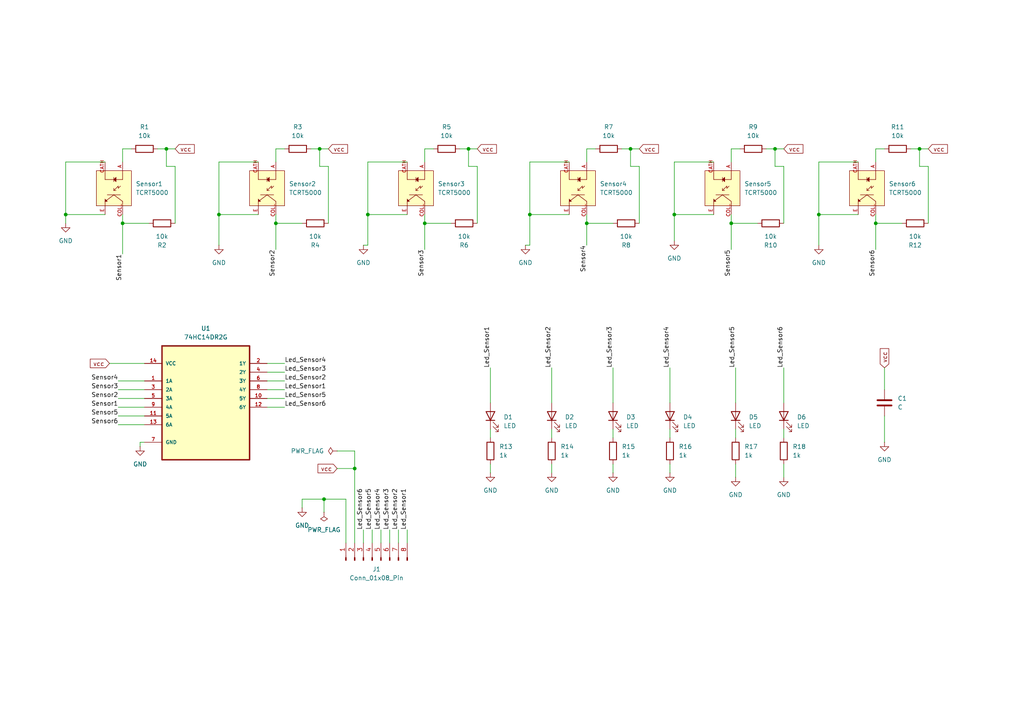
<source format=kicad_sch>
(kicad_sch
	(version 20231120)
	(generator "eeschema")
	(generator_version "8.0")
	(uuid "a9356cd9-924b-4316-ae77-3e5d486388bb")
	(paper "A4")
	(lib_symbols
		(symbol "74HC14DR2G:74HC14DR2G"
			(pin_names
				(offset 1.016)
			)
			(exclude_from_sim no)
			(in_bom yes)
			(on_board yes)
			(property "Reference" "U"
				(at -5.2894 15.207 0)
				(effects
					(font
						(size 1.27 1.27)
					)
					(justify left bottom)
				)
			)
			(property "Value" "74HC14DR2G"
				(at -4.118 -25.0386 0)
				(effects
					(font
						(size 1.27 1.27)
					)
					(justify left bottom)
				)
			)
			(property "Footprint" "74HC14DR2G:SOIC127P600X175-14N"
				(at 0 0 0)
				(effects
					(font
						(size 1.27 1.27)
					)
					(justify bottom)
					(hide yes)
				)
			)
			(property "Datasheet" ""
				(at 0 0 0)
				(effects
					(font
						(size 1.27 1.27)
					)
					(hide yes)
				)
			)
			(property "Description" ""
				(at 0 0 0)
				(effects
					(font
						(size 1.27 1.27)
					)
					(hide yes)
				)
			)
			(property "MF" "ON Semiconductor"
				(at 0 0 0)
				(effects
					(font
						(size 1.27 1.27)
					)
					(justify bottom)
					(hide yes)
				)
			)
			(property "Description_1" "\nInverter IC 6 Channel Schmitt Trigger 14-SOIC\n"
				(at 0 0 0)
				(effects
					(font
						(size 1.27 1.27)
					)
					(justify bottom)
					(hide yes)
				)
			)
			(property "PACKAGE" "SOIC-14"
				(at 0 0 0)
				(effects
					(font
						(size 1.27 1.27)
					)
					(justify bottom)
					(hide yes)
				)
			)
			(property "MPN" "74HC14DR2G"
				(at 0 0 0)
				(effects
					(font
						(size 1.27 1.27)
					)
					(justify bottom)
					(hide yes)
				)
			)
			(property "Price" "None"
				(at 0 0 0)
				(effects
					(font
						(size 1.27 1.27)
					)
					(justify bottom)
					(hide yes)
				)
			)
			(property "Package" "SOIC-14 ON Semiconductor"
				(at 0 0 0)
				(effects
					(font
						(size 1.27 1.27)
					)
					(justify bottom)
					(hide yes)
				)
			)
			(property "OC_FARNELL" "1201316"
				(at 0 0 0)
				(effects
					(font
						(size 1.27 1.27)
					)
					(justify bottom)
					(hide yes)
				)
			)
			(property "SnapEDA_Link" "https://www.snapeda.com/parts/74HC14DR2G/Onsemi/view-part/?ref=snap"
				(at 0 0 0)
				(effects
					(font
						(size 1.27 1.27)
					)
					(justify bottom)
					(hide yes)
				)
			)
			(property "MP" "74HC14DR2G"
				(at 0 0 0)
				(effects
					(font
						(size 1.27 1.27)
					)
					(justify bottom)
					(hide yes)
				)
			)
			(property "SUPPLIER" "NXP"
				(at 0 0 0)
				(effects
					(font
						(size 1.27 1.27)
					)
					(justify bottom)
					(hide yes)
				)
			)
			(property "OC_NEWARK" "26M7759"
				(at 0 0 0)
				(effects
					(font
						(size 1.27 1.27)
					)
					(justify bottom)
					(hide yes)
				)
			)
			(property "Availability" "In Stock"
				(at 0 0 0)
				(effects
					(font
						(size 1.27 1.27)
					)
					(justify bottom)
					(hide yes)
				)
			)
			(property "Check_prices" "https://www.snapeda.com/parts/74HC14DR2G/Onsemi/view-part/?ref=eda"
				(at 0 0 0)
				(effects
					(font
						(size 1.27 1.27)
					)
					(justify bottom)
					(hide yes)
				)
			)
			(symbol "74HC14DR2G_0_0"
				(rectangle
					(start -12.7 -20.32)
					(end 12.7 12.7)
					(stroke
						(width 0.4064)
						(type default)
					)
					(fill
						(type background)
					)
				)
				(pin input line
					(at -17.78 2.54 0)
					(length 5.08)
					(name "1A"
						(effects
							(font
								(size 1.016 1.016)
							)
						)
					)
					(number "1"
						(effects
							(font
								(size 1.016 1.016)
							)
						)
					)
				)
				(pin output line
					(at 17.78 -2.54 180)
					(length 5.08)
					(name "5Y"
						(effects
							(font
								(size 1.016 1.016)
							)
						)
					)
					(number "10"
						(effects
							(font
								(size 1.016 1.016)
							)
						)
					)
				)
				(pin input line
					(at -17.78 -7.62 0)
					(length 5.08)
					(name "5A"
						(effects
							(font
								(size 1.016 1.016)
							)
						)
					)
					(number "11"
						(effects
							(font
								(size 1.016 1.016)
							)
						)
					)
				)
				(pin output line
					(at 17.78 -5.08 180)
					(length 5.08)
					(name "6Y"
						(effects
							(font
								(size 1.016 1.016)
							)
						)
					)
					(number "12"
						(effects
							(font
								(size 1.016 1.016)
							)
						)
					)
				)
				(pin input line
					(at -17.78 -10.16 0)
					(length 5.08)
					(name "6A"
						(effects
							(font
								(size 1.016 1.016)
							)
						)
					)
					(number "13"
						(effects
							(font
								(size 1.016 1.016)
							)
						)
					)
				)
				(pin power_in line
					(at -17.78 7.62 0)
					(length 5.08)
					(name "VCC"
						(effects
							(font
								(size 1.016 1.016)
							)
						)
					)
					(number "14"
						(effects
							(font
								(size 1.016 1.016)
							)
						)
					)
				)
				(pin output line
					(at 17.78 7.62 180)
					(length 5.08)
					(name "1Y"
						(effects
							(font
								(size 1.016 1.016)
							)
						)
					)
					(number "2"
						(effects
							(font
								(size 1.016 1.016)
							)
						)
					)
				)
				(pin input line
					(at -17.78 0 0)
					(length 5.08)
					(name "2A"
						(effects
							(font
								(size 1.016 1.016)
							)
						)
					)
					(number "3"
						(effects
							(font
								(size 1.016 1.016)
							)
						)
					)
				)
				(pin output line
					(at 17.78 5.08 180)
					(length 5.08)
					(name "2Y"
						(effects
							(font
								(size 1.016 1.016)
							)
						)
					)
					(number "4"
						(effects
							(font
								(size 1.016 1.016)
							)
						)
					)
				)
				(pin input line
					(at -17.78 -2.54 0)
					(length 5.08)
					(name "3A"
						(effects
							(font
								(size 1.016 1.016)
							)
						)
					)
					(number "5"
						(effects
							(font
								(size 1.016 1.016)
							)
						)
					)
				)
				(pin output line
					(at 17.78 2.54 180)
					(length 5.08)
					(name "3Y"
						(effects
							(font
								(size 1.016 1.016)
							)
						)
					)
					(number "6"
						(effects
							(font
								(size 1.016 1.016)
							)
						)
					)
				)
				(pin passive line
					(at -17.78 -15.24 0)
					(length 5.08)
					(name "GND"
						(effects
							(font
								(size 1.016 1.016)
							)
						)
					)
					(number "7"
						(effects
							(font
								(size 1.016 1.016)
							)
						)
					)
				)
				(pin output line
					(at 17.78 0 180)
					(length 5.08)
					(name "4Y"
						(effects
							(font
								(size 1.016 1.016)
							)
						)
					)
					(number "8"
						(effects
							(font
								(size 1.016 1.016)
							)
						)
					)
				)
				(pin input line
					(at -17.78 -5.08 0)
					(length 5.08)
					(name "4A"
						(effects
							(font
								(size 1.016 1.016)
							)
						)
					)
					(number "9"
						(effects
							(font
								(size 1.016 1.016)
							)
						)
					)
				)
			)
		)
		(symbol "Connector:Conn_01x08_Pin"
			(pin_names
				(offset 1.016) hide)
			(exclude_from_sim no)
			(in_bom yes)
			(on_board yes)
			(property "Reference" "J"
				(at 0 10.16 0)
				(effects
					(font
						(size 1.27 1.27)
					)
				)
			)
			(property "Value" "Conn_01x08_Pin"
				(at 0 -12.7 0)
				(effects
					(font
						(size 1.27 1.27)
					)
				)
			)
			(property "Footprint" ""
				(at 0 0 0)
				(effects
					(font
						(size 1.27 1.27)
					)
					(hide yes)
				)
			)
			(property "Datasheet" "~"
				(at 0 0 0)
				(effects
					(font
						(size 1.27 1.27)
					)
					(hide yes)
				)
			)
			(property "Description" "Generic connector, single row, 01x08, script generated"
				(at 0 0 0)
				(effects
					(font
						(size 1.27 1.27)
					)
					(hide yes)
				)
			)
			(property "ki_locked" ""
				(at 0 0 0)
				(effects
					(font
						(size 1.27 1.27)
					)
				)
			)
			(property "ki_keywords" "connector"
				(at 0 0 0)
				(effects
					(font
						(size 1.27 1.27)
					)
					(hide yes)
				)
			)
			(property "ki_fp_filters" "Connector*:*_1x??_*"
				(at 0 0 0)
				(effects
					(font
						(size 1.27 1.27)
					)
					(hide yes)
				)
			)
			(symbol "Conn_01x08_Pin_1_1"
				(polyline
					(pts
						(xy 1.27 -10.16) (xy 0.8636 -10.16)
					)
					(stroke
						(width 0.1524)
						(type default)
					)
					(fill
						(type none)
					)
				)
				(polyline
					(pts
						(xy 1.27 -7.62) (xy 0.8636 -7.62)
					)
					(stroke
						(width 0.1524)
						(type default)
					)
					(fill
						(type none)
					)
				)
				(polyline
					(pts
						(xy 1.27 -5.08) (xy 0.8636 -5.08)
					)
					(stroke
						(width 0.1524)
						(type default)
					)
					(fill
						(type none)
					)
				)
				(polyline
					(pts
						(xy 1.27 -2.54) (xy 0.8636 -2.54)
					)
					(stroke
						(width 0.1524)
						(type default)
					)
					(fill
						(type none)
					)
				)
				(polyline
					(pts
						(xy 1.27 0) (xy 0.8636 0)
					)
					(stroke
						(width 0.1524)
						(type default)
					)
					(fill
						(type none)
					)
				)
				(polyline
					(pts
						(xy 1.27 2.54) (xy 0.8636 2.54)
					)
					(stroke
						(width 0.1524)
						(type default)
					)
					(fill
						(type none)
					)
				)
				(polyline
					(pts
						(xy 1.27 5.08) (xy 0.8636 5.08)
					)
					(stroke
						(width 0.1524)
						(type default)
					)
					(fill
						(type none)
					)
				)
				(polyline
					(pts
						(xy 1.27 7.62) (xy 0.8636 7.62)
					)
					(stroke
						(width 0.1524)
						(type default)
					)
					(fill
						(type none)
					)
				)
				(rectangle
					(start 0.8636 -10.033)
					(end 0 -10.287)
					(stroke
						(width 0.1524)
						(type default)
					)
					(fill
						(type outline)
					)
				)
				(rectangle
					(start 0.8636 -7.493)
					(end 0 -7.747)
					(stroke
						(width 0.1524)
						(type default)
					)
					(fill
						(type outline)
					)
				)
				(rectangle
					(start 0.8636 -4.953)
					(end 0 -5.207)
					(stroke
						(width 0.1524)
						(type default)
					)
					(fill
						(type outline)
					)
				)
				(rectangle
					(start 0.8636 -2.413)
					(end 0 -2.667)
					(stroke
						(width 0.1524)
						(type default)
					)
					(fill
						(type outline)
					)
				)
				(rectangle
					(start 0.8636 0.127)
					(end 0 -0.127)
					(stroke
						(width 0.1524)
						(type default)
					)
					(fill
						(type outline)
					)
				)
				(rectangle
					(start 0.8636 2.667)
					(end 0 2.413)
					(stroke
						(width 0.1524)
						(type default)
					)
					(fill
						(type outline)
					)
				)
				(rectangle
					(start 0.8636 5.207)
					(end 0 4.953)
					(stroke
						(width 0.1524)
						(type default)
					)
					(fill
						(type outline)
					)
				)
				(rectangle
					(start 0.8636 7.747)
					(end 0 7.493)
					(stroke
						(width 0.1524)
						(type default)
					)
					(fill
						(type outline)
					)
				)
				(pin passive line
					(at 5.08 7.62 180)
					(length 3.81)
					(name "Pin_1"
						(effects
							(font
								(size 1.27 1.27)
							)
						)
					)
					(number "1"
						(effects
							(font
								(size 1.27 1.27)
							)
						)
					)
				)
				(pin passive line
					(at 5.08 5.08 180)
					(length 3.81)
					(name "Pin_2"
						(effects
							(font
								(size 1.27 1.27)
							)
						)
					)
					(number "2"
						(effects
							(font
								(size 1.27 1.27)
							)
						)
					)
				)
				(pin passive line
					(at 5.08 2.54 180)
					(length 3.81)
					(name "Pin_3"
						(effects
							(font
								(size 1.27 1.27)
							)
						)
					)
					(number "3"
						(effects
							(font
								(size 1.27 1.27)
							)
						)
					)
				)
				(pin passive line
					(at 5.08 0 180)
					(length 3.81)
					(name "Pin_4"
						(effects
							(font
								(size 1.27 1.27)
							)
						)
					)
					(number "4"
						(effects
							(font
								(size 1.27 1.27)
							)
						)
					)
				)
				(pin passive line
					(at 5.08 -2.54 180)
					(length 3.81)
					(name "Pin_5"
						(effects
							(font
								(size 1.27 1.27)
							)
						)
					)
					(number "5"
						(effects
							(font
								(size 1.27 1.27)
							)
						)
					)
				)
				(pin passive line
					(at 5.08 -5.08 180)
					(length 3.81)
					(name "Pin_6"
						(effects
							(font
								(size 1.27 1.27)
							)
						)
					)
					(number "6"
						(effects
							(font
								(size 1.27 1.27)
							)
						)
					)
				)
				(pin passive line
					(at 5.08 -7.62 180)
					(length 3.81)
					(name "Pin_7"
						(effects
							(font
								(size 1.27 1.27)
							)
						)
					)
					(number "7"
						(effects
							(font
								(size 1.27 1.27)
							)
						)
					)
				)
				(pin passive line
					(at 5.08 -10.16 180)
					(length 3.81)
					(name "Pin_8"
						(effects
							(font
								(size 1.27 1.27)
							)
						)
					)
					(number "8"
						(effects
							(font
								(size 1.27 1.27)
							)
						)
					)
				)
			)
		)
		(symbol "Device:C"
			(pin_numbers hide)
			(pin_names
				(offset 0.254)
			)
			(exclude_from_sim no)
			(in_bom yes)
			(on_board yes)
			(property "Reference" "C"
				(at 0.635 2.54 0)
				(effects
					(font
						(size 1.27 1.27)
					)
					(justify left)
				)
			)
			(property "Value" "C"
				(at 0.635 -2.54 0)
				(effects
					(font
						(size 1.27 1.27)
					)
					(justify left)
				)
			)
			(property "Footprint" ""
				(at 0.9652 -3.81 0)
				(effects
					(font
						(size 1.27 1.27)
					)
					(hide yes)
				)
			)
			(property "Datasheet" "~"
				(at 0 0 0)
				(effects
					(font
						(size 1.27 1.27)
					)
					(hide yes)
				)
			)
			(property "Description" "Unpolarized capacitor"
				(at 0 0 0)
				(effects
					(font
						(size 1.27 1.27)
					)
					(hide yes)
				)
			)
			(property "ki_keywords" "cap capacitor"
				(at 0 0 0)
				(effects
					(font
						(size 1.27 1.27)
					)
					(hide yes)
				)
			)
			(property "ki_fp_filters" "C_*"
				(at 0 0 0)
				(effects
					(font
						(size 1.27 1.27)
					)
					(hide yes)
				)
			)
			(symbol "C_0_1"
				(polyline
					(pts
						(xy -2.032 -0.762) (xy 2.032 -0.762)
					)
					(stroke
						(width 0.508)
						(type default)
					)
					(fill
						(type none)
					)
				)
				(polyline
					(pts
						(xy -2.032 0.762) (xy 2.032 0.762)
					)
					(stroke
						(width 0.508)
						(type default)
					)
					(fill
						(type none)
					)
				)
			)
			(symbol "C_1_1"
				(pin passive line
					(at 0 3.81 270)
					(length 2.794)
					(name "~"
						(effects
							(font
								(size 1.27 1.27)
							)
						)
					)
					(number "1"
						(effects
							(font
								(size 1.27 1.27)
							)
						)
					)
				)
				(pin passive line
					(at 0 -3.81 90)
					(length 2.794)
					(name "~"
						(effects
							(font
								(size 1.27 1.27)
							)
						)
					)
					(number "2"
						(effects
							(font
								(size 1.27 1.27)
							)
						)
					)
				)
			)
		)
		(symbol "Device:LED"
			(pin_numbers hide)
			(pin_names
				(offset 1.016) hide)
			(exclude_from_sim no)
			(in_bom yes)
			(on_board yes)
			(property "Reference" "D"
				(at 0 2.54 0)
				(effects
					(font
						(size 1.27 1.27)
					)
				)
			)
			(property "Value" "LED"
				(at 0 -2.54 0)
				(effects
					(font
						(size 1.27 1.27)
					)
				)
			)
			(property "Footprint" ""
				(at 0 0 0)
				(effects
					(font
						(size 1.27 1.27)
					)
					(hide yes)
				)
			)
			(property "Datasheet" "~"
				(at 0 0 0)
				(effects
					(font
						(size 1.27 1.27)
					)
					(hide yes)
				)
			)
			(property "Description" "Light emitting diode"
				(at 0 0 0)
				(effects
					(font
						(size 1.27 1.27)
					)
					(hide yes)
				)
			)
			(property "ki_keywords" "LED diode"
				(at 0 0 0)
				(effects
					(font
						(size 1.27 1.27)
					)
					(hide yes)
				)
			)
			(property "ki_fp_filters" "LED* LED_SMD:* LED_THT:*"
				(at 0 0 0)
				(effects
					(font
						(size 1.27 1.27)
					)
					(hide yes)
				)
			)
			(symbol "LED_0_1"
				(polyline
					(pts
						(xy -1.27 -1.27) (xy -1.27 1.27)
					)
					(stroke
						(width 0.254)
						(type default)
					)
					(fill
						(type none)
					)
				)
				(polyline
					(pts
						(xy -1.27 0) (xy 1.27 0)
					)
					(stroke
						(width 0)
						(type default)
					)
					(fill
						(type none)
					)
				)
				(polyline
					(pts
						(xy 1.27 -1.27) (xy 1.27 1.27) (xy -1.27 0) (xy 1.27 -1.27)
					)
					(stroke
						(width 0.254)
						(type default)
					)
					(fill
						(type none)
					)
				)
				(polyline
					(pts
						(xy -3.048 -0.762) (xy -4.572 -2.286) (xy -3.81 -2.286) (xy -4.572 -2.286) (xy -4.572 -1.524)
					)
					(stroke
						(width 0)
						(type default)
					)
					(fill
						(type none)
					)
				)
				(polyline
					(pts
						(xy -1.778 -0.762) (xy -3.302 -2.286) (xy -2.54 -2.286) (xy -3.302 -2.286) (xy -3.302 -1.524)
					)
					(stroke
						(width 0)
						(type default)
					)
					(fill
						(type none)
					)
				)
			)
			(symbol "LED_1_1"
				(pin passive line
					(at -3.81 0 0)
					(length 2.54)
					(name "K"
						(effects
							(font
								(size 1.27 1.27)
							)
						)
					)
					(number "1"
						(effects
							(font
								(size 1.27 1.27)
							)
						)
					)
				)
				(pin passive line
					(at 3.81 0 180)
					(length 2.54)
					(name "A"
						(effects
							(font
								(size 1.27 1.27)
							)
						)
					)
					(number "2"
						(effects
							(font
								(size 1.27 1.27)
							)
						)
					)
				)
			)
		)
		(symbol "Device:R"
			(pin_numbers hide)
			(pin_names
				(offset 0)
			)
			(exclude_from_sim no)
			(in_bom yes)
			(on_board yes)
			(property "Reference" "R"
				(at 2.032 0 90)
				(effects
					(font
						(size 1.27 1.27)
					)
				)
			)
			(property "Value" "R"
				(at 0 0 90)
				(effects
					(font
						(size 1.27 1.27)
					)
				)
			)
			(property "Footprint" ""
				(at -1.778 0 90)
				(effects
					(font
						(size 1.27 1.27)
					)
					(hide yes)
				)
			)
			(property "Datasheet" "~"
				(at 0 0 0)
				(effects
					(font
						(size 1.27 1.27)
					)
					(hide yes)
				)
			)
			(property "Description" "Resistor"
				(at 0 0 0)
				(effects
					(font
						(size 1.27 1.27)
					)
					(hide yes)
				)
			)
			(property "ki_keywords" "R res resistor"
				(at 0 0 0)
				(effects
					(font
						(size 1.27 1.27)
					)
					(hide yes)
				)
			)
			(property "ki_fp_filters" "R_*"
				(at 0 0 0)
				(effects
					(font
						(size 1.27 1.27)
					)
					(hide yes)
				)
			)
			(symbol "R_0_1"
				(rectangle
					(start -1.016 -2.54)
					(end 1.016 2.54)
					(stroke
						(width 0.254)
						(type default)
					)
					(fill
						(type none)
					)
				)
			)
			(symbol "R_1_1"
				(pin passive line
					(at 0 3.81 270)
					(length 1.27)
					(name "~"
						(effects
							(font
								(size 1.27 1.27)
							)
						)
					)
					(number "1"
						(effects
							(font
								(size 1.27 1.27)
							)
						)
					)
				)
				(pin passive line
					(at 0 -3.81 90)
					(length 1.27)
					(name "~"
						(effects
							(font
								(size 1.27 1.27)
							)
						)
					)
					(number "2"
						(effects
							(font
								(size 1.27 1.27)
							)
						)
					)
				)
			)
		)
		(symbol "TCRT5000:TCRT5000"
			(pin_names
				(offset 1.016)
			)
			(exclude_from_sim no)
			(in_bom yes)
			(on_board yes)
			(property "Reference" "U"
				(at -5.0887 5.7248 0)
				(effects
					(font
						(size 1.27 1.27)
					)
					(justify left bottom)
				)
			)
			(property "Value" "TCRT5000"
				(at -5.0838 -5.7193 0)
				(effects
					(font
						(size 1.27 1.27)
					)
					(justify left top)
				)
			)
			(property "Footprint" "TCRT5000:OPTO_TCRT5000"
				(at 0 0 0)
				(effects
					(font
						(size 1.27 1.27)
					)
					(justify bottom)
					(hide yes)
				)
			)
			(property "Datasheet" ""
				(at 0 0 0)
				(effects
					(font
						(size 1.27 1.27)
					)
					(hide yes)
				)
			)
			(property "Description" ""
				(at 0 0 0)
				(effects
					(font
						(size 1.27 1.27)
					)
					(hide yes)
				)
			)
			(property "MF" "Vishay"
				(at 0 0 0)
				(effects
					(font
						(size 1.27 1.27)
					)
					(justify bottom)
					(hide yes)
				)
			)
			(property "MAXIMUM_PACKAGE_HEIGHT" "7.2mm"
				(at 0 0 0)
				(effects
					(font
						(size 1.27 1.27)
					)
					(justify bottom)
					(hide yes)
				)
			)
			(property "Package" "TCRT5000 Vishay"
				(at 0 0 0)
				(effects
					(font
						(size 1.27 1.27)
					)
					(justify bottom)
					(hide yes)
				)
			)
			(property "Price" "None"
				(at 0 0 0)
				(effects
					(font
						(size 1.27 1.27)
					)
					(justify bottom)
					(hide yes)
				)
			)
			(property "Check_prices" "https://www.snapeda.com/parts/TCRT5000/Vishay+Semiconductor+Opto+Division/view-part/?ref=eda"
				(at 0 0 0)
				(effects
					(font
						(size 1.27 1.27)
					)
					(justify bottom)
					(hide yes)
				)
			)
			(property "STANDARD" "Manufacturer recommendations"
				(at 0 0 0)
				(effects
					(font
						(size 1.27 1.27)
					)
					(justify bottom)
					(hide yes)
				)
			)
			(property "PARTREV" "1.7"
				(at 0 0 0)
				(effects
					(font
						(size 1.27 1.27)
					)
					(justify bottom)
					(hide yes)
				)
			)
			(property "SnapEDA_Link" "https://www.snapeda.com/parts/TCRT5000/Vishay+Semiconductor+Opto+Division/view-part/?ref=snap"
				(at 0 0 0)
				(effects
					(font
						(size 1.27 1.27)
					)
					(justify bottom)
					(hide yes)
				)
			)
			(property "MP" "TCRT5000"
				(at 0 0 0)
				(effects
					(font
						(size 1.27 1.27)
					)
					(justify bottom)
					(hide yes)
				)
			)
			(property "Purchase-URL" "https://www.snapeda.com/api/url_track_click_mouser/?unipart_id=885229&manufacturer=Vishay&part_name=TCRT5000&search_term=tcrt5000"
				(at 0 0 0)
				(effects
					(font
						(size 1.27 1.27)
					)
					(justify bottom)
					(hide yes)
				)
			)
			(property "Description_1" "\nSensor óptico reflectante de 0,591 (15 mm) para montaje en PCB\n"
				(at 0 0 0)
				(effects
					(font
						(size 1.27 1.27)
					)
					(justify bottom)
					(hide yes)
				)
			)
			(property "Availability" "In Stock"
				(at 0 0 0)
				(effects
					(font
						(size 1.27 1.27)
					)
					(justify bottom)
					(hide yes)
				)
			)
			(property "MANUFACTURER" "Vishay"
				(at 0 0 0)
				(effects
					(font
						(size 1.27 1.27)
					)
					(justify bottom)
					(hide yes)
				)
			)
			(symbol "TCRT5000_0_0"
				(rectangle
					(start -5.08 -5.08)
					(end 5.08 5.08)
					(stroke
						(width 0.1524)
						(type default)
					)
					(fill
						(type background)
					)
				)
				(polyline
					(pts
						(xy -5.08 2.54) (xy -2.54 2.54)
					)
					(stroke
						(width 0.1524)
						(type default)
					)
					(fill
						(type none)
					)
				)
				(polyline
					(pts
						(xy -3.175 0) (xy -1.905 0)
					)
					(stroke
						(width 0.1524)
						(type default)
					)
					(fill
						(type none)
					)
				)
				(polyline
					(pts
						(xy -2.54 -2.54) (xy -5.08 -2.54)
					)
					(stroke
						(width 0.1524)
						(type default)
					)
					(fill
						(type none)
					)
				)
				(polyline
					(pts
						(xy -2.54 2.54) (xy -2.54 -2.54)
					)
					(stroke
						(width 0.1524)
						(type default)
					)
					(fill
						(type none)
					)
				)
				(polyline
					(pts
						(xy -0.635 1.27) (xy 0.635 0)
					)
					(stroke
						(width 0.1524)
						(type default)
					)
					(fill
						(type none)
					)
				)
				(polyline
					(pts
						(xy -0.635 1.905) (xy 0 1.27)
					)
					(stroke
						(width 0.1524)
						(type default)
					)
					(fill
						(type none)
					)
				)
				(polyline
					(pts
						(xy 0 1.27) (xy -0.635 1.27)
					)
					(stroke
						(width 0.1524)
						(type default)
					)
					(fill
						(type none)
					)
				)
				(polyline
					(pts
						(xy 0.635 0) (xy 0 0)
					)
					(stroke
						(width 0.1524)
						(type default)
					)
					(fill
						(type none)
					)
				)
				(polyline
					(pts
						(xy 0.635 0.635) (xy 0.635 0)
					)
					(stroke
						(width 0.1524)
						(type default)
					)
					(fill
						(type none)
					)
				)
				(polyline
					(pts
						(xy 1.905 0) (xy 1.905 -1.905)
					)
					(stroke
						(width 0.1524)
						(type default)
					)
					(fill
						(type none)
					)
				)
				(polyline
					(pts
						(xy 1.905 0) (xy 3.81 -2.54)
					)
					(stroke
						(width 0.1524)
						(type default)
					)
					(fill
						(type none)
					)
				)
				(polyline
					(pts
						(xy 1.905 0) (xy 3.81 2.54)
					)
					(stroke
						(width 0.1524)
						(type default)
					)
					(fill
						(type none)
					)
				)
				(polyline
					(pts
						(xy 1.905 1.905) (xy 1.905 0)
					)
					(stroke
						(width 0.1524)
						(type default)
					)
					(fill
						(type none)
					)
				)
				(polyline
					(pts
						(xy 3.81 -2.54) (xy 5.08 -2.54)
					)
					(stroke
						(width 0.1524)
						(type default)
					)
					(fill
						(type none)
					)
				)
				(polyline
					(pts
						(xy 3.81 2.54) (xy 5.08 2.54)
					)
					(stroke
						(width 0.1524)
						(type default)
					)
					(fill
						(type none)
					)
				)
				(polyline
					(pts
						(xy -3.175 0.635) (xy -1.905 0.635) (xy -2.54 0) (xy -3.175 0.635)
					)
					(stroke
						(width 0.1524)
						(type default)
					)
					(fill
						(type outline)
					)
				)
				(polyline
					(pts
						(xy 3.175 -2.54) (xy 3.81 -2.54) (xy 3.81 -1.905) (xy 3.175 -2.54)
					)
					(stroke
						(width 0.1524)
						(type default)
					)
					(fill
						(type outline)
					)
				)
				(pin passive line
					(at -7.62 2.54 0)
					(length 2.54)
					(name "~"
						(effects
							(font
								(size 1.016 1.016)
							)
						)
					)
					(number "A"
						(effects
							(font
								(size 1.016 1.016)
							)
						)
					)
				)
				(pin passive line
					(at -7.62 -2.54 0)
					(length 2.54)
					(name "~"
						(effects
							(font
								(size 1.016 1.016)
							)
						)
					)
					(number "CATH"
						(effects
							(font
								(size 1.016 1.016)
							)
						)
					)
				)
				(pin passive line
					(at 7.62 2.54 180)
					(length 2.54)
					(name "~"
						(effects
							(font
								(size 1.016 1.016)
							)
						)
					)
					(number "COLL"
						(effects
							(font
								(size 1.016 1.016)
							)
						)
					)
				)
				(pin passive line
					(at 7.62 -2.54 180)
					(length 2.54)
					(name "~"
						(effects
							(font
								(size 1.016 1.016)
							)
						)
					)
					(number "E"
						(effects
							(font
								(size 1.016 1.016)
							)
						)
					)
				)
			)
		)
		(symbol "power:GND"
			(power)
			(pin_numbers hide)
			(pin_names
				(offset 0) hide)
			(exclude_from_sim no)
			(in_bom yes)
			(on_board yes)
			(property "Reference" "#PWR"
				(at 0 -6.35 0)
				(effects
					(font
						(size 1.27 1.27)
					)
					(hide yes)
				)
			)
			(property "Value" "GND"
				(at 0 -3.81 0)
				(effects
					(font
						(size 1.27 1.27)
					)
				)
			)
			(property "Footprint" ""
				(at 0 0 0)
				(effects
					(font
						(size 1.27 1.27)
					)
					(hide yes)
				)
			)
			(property "Datasheet" ""
				(at 0 0 0)
				(effects
					(font
						(size 1.27 1.27)
					)
					(hide yes)
				)
			)
			(property "Description" "Power symbol creates a global label with name \"GND\" , ground"
				(at 0 0 0)
				(effects
					(font
						(size 1.27 1.27)
					)
					(hide yes)
				)
			)
			(property "ki_keywords" "global power"
				(at 0 0 0)
				(effects
					(font
						(size 1.27 1.27)
					)
					(hide yes)
				)
			)
			(symbol "GND_0_1"
				(polyline
					(pts
						(xy 0 0) (xy 0 -1.27) (xy 1.27 -1.27) (xy 0 -2.54) (xy -1.27 -1.27) (xy 0 -1.27)
					)
					(stroke
						(width 0)
						(type default)
					)
					(fill
						(type none)
					)
				)
			)
			(symbol "GND_1_1"
				(pin power_in line
					(at 0 0 270)
					(length 0)
					(name "~"
						(effects
							(font
								(size 1.27 1.27)
							)
						)
					)
					(number "1"
						(effects
							(font
								(size 1.27 1.27)
							)
						)
					)
				)
			)
		)
		(symbol "power:PWR_FLAG"
			(power)
			(pin_numbers hide)
			(pin_names
				(offset 0) hide)
			(exclude_from_sim no)
			(in_bom yes)
			(on_board yes)
			(property "Reference" "#FLG"
				(at 0 1.905 0)
				(effects
					(font
						(size 1.27 1.27)
					)
					(hide yes)
				)
			)
			(property "Value" "PWR_FLAG"
				(at 0 3.81 0)
				(effects
					(font
						(size 1.27 1.27)
					)
				)
			)
			(property "Footprint" ""
				(at 0 0 0)
				(effects
					(font
						(size 1.27 1.27)
					)
					(hide yes)
				)
			)
			(property "Datasheet" "~"
				(at 0 0 0)
				(effects
					(font
						(size 1.27 1.27)
					)
					(hide yes)
				)
			)
			(property "Description" "Special symbol for telling ERC where power comes from"
				(at 0 0 0)
				(effects
					(font
						(size 1.27 1.27)
					)
					(hide yes)
				)
			)
			(property "ki_keywords" "flag power"
				(at 0 0 0)
				(effects
					(font
						(size 1.27 1.27)
					)
					(hide yes)
				)
			)
			(symbol "PWR_FLAG_0_0"
				(pin power_out line
					(at 0 0 90)
					(length 0)
					(name "~"
						(effects
							(font
								(size 1.27 1.27)
							)
						)
					)
					(number "1"
						(effects
							(font
								(size 1.27 1.27)
							)
						)
					)
				)
			)
			(symbol "PWR_FLAG_0_1"
				(polyline
					(pts
						(xy 0 0) (xy 0 1.27) (xy -1.016 1.905) (xy 0 2.54) (xy 1.016 1.905) (xy 0 1.27)
					)
					(stroke
						(width 0)
						(type default)
					)
					(fill
						(type none)
					)
				)
			)
		)
	)
	(junction
		(at 92.71 43.18)
		(diameter 0)
		(color 0 0 0 0)
		(uuid "17e430b3-79ea-4d98-922d-fb7c7e804f2f")
	)
	(junction
		(at 153.67 62.23)
		(diameter 0)
		(color 0 0 0 0)
		(uuid "257be00c-eaeb-4335-b3cb-3df6666ac9eb")
	)
	(junction
		(at 106.68 62.23)
		(diameter 0)
		(color 0 0 0 0)
		(uuid "30bd5d4e-04af-4ca8-9200-3e87a3824972")
	)
	(junction
		(at 63.5 62.23)
		(diameter 0)
		(color 0 0 0 0)
		(uuid "4e049de9-0271-4064-aeca-8f877c6459d7")
	)
	(junction
		(at 35.56 64.77)
		(diameter 0)
		(color 0 0 0 0)
		(uuid "5aa45267-83e1-4187-a659-ab5033228771")
	)
	(junction
		(at 102.87 135.89)
		(diameter 0)
		(color 0 0 0 0)
		(uuid "5c6254b6-3037-4d28-b72b-16e87a33ed3a")
	)
	(junction
		(at 170.18 64.77)
		(diameter 0)
		(color 0 0 0 0)
		(uuid "5e629194-9e4f-49f5-a77f-a586415ad8b3")
	)
	(junction
		(at 224.79 43.18)
		(diameter 0)
		(color 0 0 0 0)
		(uuid "68a161ef-9f90-4e60-be1f-80e42b068991")
	)
	(junction
		(at 80.01 64.77)
		(diameter 0)
		(color 0 0 0 0)
		(uuid "8b760a23-1d94-4146-9501-66e2ca1bd5eb")
	)
	(junction
		(at 48.26 43.18)
		(diameter 0)
		(color 0 0 0 0)
		(uuid "9029248c-274a-42ff-9f79-277f0cb14e3d")
	)
	(junction
		(at 237.49 62.23)
		(diameter 0)
		(color 0 0 0 0)
		(uuid "b1a86d71-6035-419c-a631-ec5d19a6be8e")
	)
	(junction
		(at 182.88 43.18)
		(diameter 0)
		(color 0 0 0 0)
		(uuid "b5d90278-9054-432a-9a46-ceb1a2a8b450")
	)
	(junction
		(at 254 64.77)
		(diameter 0)
		(color 0 0 0 0)
		(uuid "c4584100-6fa1-4527-a460-08faf6600c1a")
	)
	(junction
		(at 19.05 62.23)
		(diameter 0)
		(color 0 0 0 0)
		(uuid "c75b9624-e246-4d5e-9643-42b5b42b9916")
	)
	(junction
		(at 266.7 43.18)
		(diameter 0)
		(color 0 0 0 0)
		(uuid "ca96c40c-66f4-4f41-9f40-5e5c9a376606")
	)
	(junction
		(at 195.58 62.23)
		(diameter 0)
		(color 0 0 0 0)
		(uuid "cce2a0f4-f400-4fe6-afa8-628246d55ae3")
	)
	(junction
		(at 212.09 64.77)
		(diameter 0)
		(color 0 0 0 0)
		(uuid "d79f9f9d-29b6-4396-946f-517cd09e5136")
	)
	(junction
		(at 93.98 144.78)
		(diameter 0)
		(color 0 0 0 0)
		(uuid "d821a03d-1167-4a48-bcd4-3b971ccdd23e")
	)
	(junction
		(at 135.89 43.18)
		(diameter 0)
		(color 0 0 0 0)
		(uuid "dc0f70ee-19d2-4a26-9bef-27a1e4427f7e")
	)
	(junction
		(at 123.19 64.77)
		(diameter 0)
		(color 0 0 0 0)
		(uuid "dfd457e6-2375-4767-8c96-ba2544a67c36")
	)
	(wire
		(pts
			(xy 90.17 43.18) (xy 92.71 43.18)
		)
		(stroke
			(width 0)
			(type default)
		)
		(uuid "02cfea96-feff-40e4-afd8-42f06c9ab7c9")
	)
	(wire
		(pts
			(xy 254 64.77) (xy 261.62 64.77)
		)
		(stroke
			(width 0)
			(type default)
		)
		(uuid "036a2364-da0e-4d8a-b475-6fda6adcd9de")
	)
	(wire
		(pts
			(xy 195.58 62.23) (xy 195.58 69.85)
		)
		(stroke
			(width 0)
			(type default)
		)
		(uuid "0688f933-f67c-407b-be02-336c017b58ba")
	)
	(wire
		(pts
			(xy 227.33 106.68) (xy 227.33 116.84)
		)
		(stroke
			(width 0)
			(type default)
		)
		(uuid "06f9bb18-51ef-4343-b12d-b50c74695953")
	)
	(wire
		(pts
			(xy 254 46.99) (xy 254 43.18)
		)
		(stroke
			(width 0)
			(type default)
		)
		(uuid "081fd7c3-8596-4463-9281-1d3cd2a781c9")
	)
	(wire
		(pts
			(xy 254 64.77) (xy 254 72.39)
		)
		(stroke
			(width 0)
			(type default)
		)
		(uuid "0865fa8d-648c-422c-a428-ddfcbfad8c2e")
	)
	(wire
		(pts
			(xy 95.25 48.26) (xy 92.71 48.26)
		)
		(stroke
			(width 0)
			(type default)
		)
		(uuid "0e0289a6-8373-4fe7-a5af-58c4e388be0d")
	)
	(wire
		(pts
			(xy 34.29 113.03) (xy 41.91 113.03)
		)
		(stroke
			(width 0)
			(type default)
		)
		(uuid "1234e5b8-f71b-4e8d-b800-b082100b70b1")
	)
	(wire
		(pts
			(xy 113.03 157.48) (xy 113.03 153.67)
		)
		(stroke
			(width 0)
			(type default)
		)
		(uuid "12c4cc56-e4b3-4e94-a062-bf1f54072ba2")
	)
	(wire
		(pts
			(xy 177.8 106.68) (xy 177.8 116.84)
		)
		(stroke
			(width 0)
			(type default)
		)
		(uuid "178f57d1-816e-47cd-8311-461e5e061e62")
	)
	(wire
		(pts
			(xy 133.35 43.18) (xy 135.89 43.18)
		)
		(stroke
			(width 0)
			(type default)
		)
		(uuid "191c23e0-040d-43f7-b879-8d3186ff31d0")
	)
	(wire
		(pts
			(xy 106.68 71.12) (xy 105.41 71.12)
		)
		(stroke
			(width 0)
			(type default)
		)
		(uuid "19ba725c-bfcc-4538-9909-ecf6f7e69cc6")
	)
	(wire
		(pts
			(xy 213.36 106.68) (xy 213.36 116.84)
		)
		(stroke
			(width 0)
			(type default)
		)
		(uuid "1be7dbc9-cbf0-42d9-82cb-72172fe2ca3c")
	)
	(wire
		(pts
			(xy 212.09 46.99) (xy 212.09 43.18)
		)
		(stroke
			(width 0)
			(type default)
		)
		(uuid "1ccbfb92-d9f4-4bed-bdf0-db2bb018348c")
	)
	(wire
		(pts
			(xy 80.01 64.77) (xy 87.63 64.77)
		)
		(stroke
			(width 0)
			(type default)
		)
		(uuid "1d845cc0-a48d-4643-951e-9acb8c44f346")
	)
	(wire
		(pts
			(xy 106.68 46.99) (xy 106.68 62.23)
		)
		(stroke
			(width 0)
			(type default)
		)
		(uuid "20a85b3b-3c0e-493a-a888-7d65b192f98c")
	)
	(wire
		(pts
			(xy 102.87 135.89) (xy 102.87 157.48)
		)
		(stroke
			(width 0)
			(type default)
		)
		(uuid "21d49c9f-176d-4c7c-bd24-08de8817184e")
	)
	(wire
		(pts
			(xy 92.71 43.18) (xy 95.25 43.18)
		)
		(stroke
			(width 0)
			(type default)
		)
		(uuid "25c0e5e9-9f42-42d2-a162-c296f001aacd")
	)
	(wire
		(pts
			(xy 35.56 43.18) (xy 38.1 43.18)
		)
		(stroke
			(width 0)
			(type default)
		)
		(uuid "26a3a12e-d33d-4074-8fb4-5394c8082c11")
	)
	(wire
		(pts
			(xy 153.67 62.23) (xy 153.67 71.12)
		)
		(stroke
			(width 0)
			(type default)
		)
		(uuid "27c20232-07fa-4c24-a438-376d4dcc8049")
	)
	(wire
		(pts
			(xy 170.18 62.23) (xy 170.18 64.77)
		)
		(stroke
			(width 0)
			(type default)
		)
		(uuid "2a2bd83a-c417-4bd9-8480-c098e5e2d493")
	)
	(wire
		(pts
			(xy 212.09 43.18) (xy 214.63 43.18)
		)
		(stroke
			(width 0)
			(type default)
		)
		(uuid "2ac5c653-f011-4c6f-93f9-ee68ec02caa3")
	)
	(wire
		(pts
			(xy 237.49 62.23) (xy 248.92 62.23)
		)
		(stroke
			(width 0)
			(type default)
		)
		(uuid "2ed8509a-6765-4c87-aef7-91475fb9e966")
	)
	(wire
		(pts
			(xy 227.33 134.62) (xy 227.33 138.43)
		)
		(stroke
			(width 0)
			(type default)
		)
		(uuid "2f571331-4848-4ecc-803c-4dc7c8556225")
	)
	(wire
		(pts
			(xy 212.09 64.77) (xy 219.71 64.77)
		)
		(stroke
			(width 0)
			(type default)
		)
		(uuid "34312599-3e56-433b-9d16-6bfe586d36af")
	)
	(wire
		(pts
			(xy 135.89 48.26) (xy 135.89 43.18)
		)
		(stroke
			(width 0)
			(type default)
		)
		(uuid "371249b4-bdc2-4762-9d3e-5f52a156fb0a")
	)
	(wire
		(pts
			(xy 182.88 48.26) (xy 182.88 43.18)
		)
		(stroke
			(width 0)
			(type default)
		)
		(uuid "38d2223e-6d35-4132-96fb-18b61c46325f")
	)
	(wire
		(pts
			(xy 195.58 62.23) (xy 207.01 62.23)
		)
		(stroke
			(width 0)
			(type default)
		)
		(uuid "394fbb81-132b-4570-9597-8bd4cc2c3148")
	)
	(wire
		(pts
			(xy 123.19 62.23) (xy 123.19 64.77)
		)
		(stroke
			(width 0)
			(type default)
		)
		(uuid "39768334-d433-49d5-80c7-d9eb40e80af1")
	)
	(wire
		(pts
			(xy 185.42 48.26) (xy 182.88 48.26)
		)
		(stroke
			(width 0)
			(type default)
		)
		(uuid "39d8c603-4f78-4fea-8c03-faa6abc312fe")
	)
	(wire
		(pts
			(xy 123.19 46.99) (xy 123.19 43.18)
		)
		(stroke
			(width 0)
			(type default)
		)
		(uuid "3a589bab-5c36-444a-8253-eaeec22f7763")
	)
	(wire
		(pts
			(xy 31.75 105.41) (xy 41.91 105.41)
		)
		(stroke
			(width 0)
			(type default)
		)
		(uuid "3c3f11a6-f2e2-419a-a3d2-3743cfa8e4d1")
	)
	(wire
		(pts
			(xy 92.71 48.26) (xy 92.71 43.18)
		)
		(stroke
			(width 0)
			(type default)
		)
		(uuid "3ce19766-8c22-44d4-9490-3c8a434d2d5b")
	)
	(wire
		(pts
			(xy 45.72 43.18) (xy 48.26 43.18)
		)
		(stroke
			(width 0)
			(type default)
		)
		(uuid "3f4c2da1-5cc3-4129-8d1b-76178060dafe")
	)
	(wire
		(pts
			(xy 207.01 46.99) (xy 195.58 46.99)
		)
		(stroke
			(width 0)
			(type default)
		)
		(uuid "3fcca4f8-fcd4-40e2-adff-6e0f8d92d97f")
	)
	(wire
		(pts
			(xy 77.47 118.11) (xy 82.55 118.11)
		)
		(stroke
			(width 0)
			(type default)
		)
		(uuid "3fdf7766-ab0a-4621-88ec-02133dedc932")
	)
	(wire
		(pts
			(xy 118.11 153.67) (xy 118.11 157.48)
		)
		(stroke
			(width 0)
			(type default)
		)
		(uuid "43124a9c-0396-4ba1-88dc-362b6cf16100")
	)
	(wire
		(pts
			(xy 34.29 110.49) (xy 41.91 110.49)
		)
		(stroke
			(width 0)
			(type default)
		)
		(uuid "46ebe0b6-51f0-43fe-8407-ba3a2a31113f")
	)
	(wire
		(pts
			(xy 102.87 135.89) (xy 97.79 135.89)
		)
		(stroke
			(width 0)
			(type default)
		)
		(uuid "491ad01e-1ed8-47d0-9d4d-fb020c605dd6")
	)
	(wire
		(pts
			(xy 95.25 64.77) (xy 95.25 48.26)
		)
		(stroke
			(width 0)
			(type default)
		)
		(uuid "4a07d72f-42ac-4c9d-a686-33323cbb6678")
	)
	(wire
		(pts
			(xy 77.47 115.57) (xy 82.55 115.57)
		)
		(stroke
			(width 0)
			(type default)
		)
		(uuid "4c81643b-9160-48fe-a273-c1f8cc0a9b17")
	)
	(wire
		(pts
			(xy 177.8 137.16) (xy 177.8 134.62)
		)
		(stroke
			(width 0)
			(type default)
		)
		(uuid "4ce87ec7-9357-460b-8cb0-6dd5c6d3de45")
	)
	(wire
		(pts
			(xy 35.56 62.23) (xy 35.56 64.77)
		)
		(stroke
			(width 0)
			(type default)
		)
		(uuid "4d14da9f-eb6d-40d9-a908-339e0e8b0e93")
	)
	(wire
		(pts
			(xy 170.18 46.99) (xy 170.18 43.18)
		)
		(stroke
			(width 0)
			(type default)
		)
		(uuid "526b050c-324f-4e4a-b903-703401f28d56")
	)
	(wire
		(pts
			(xy 105.41 153.67) (xy 105.41 157.48)
		)
		(stroke
			(width 0)
			(type default)
		)
		(uuid "52b25df5-d31a-4322-b5c2-1d31bdae65e1")
	)
	(wire
		(pts
			(xy 77.47 110.49) (xy 82.55 110.49)
		)
		(stroke
			(width 0)
			(type default)
		)
		(uuid "53894dd6-c644-47c3-8098-46a8dfbf5d74")
	)
	(wire
		(pts
			(xy 153.67 71.12) (xy 152.4 71.12)
		)
		(stroke
			(width 0)
			(type default)
		)
		(uuid "54d985af-4cd5-4490-820f-0de909eae987")
	)
	(wire
		(pts
			(xy 123.19 64.77) (xy 130.81 64.77)
		)
		(stroke
			(width 0)
			(type default)
		)
		(uuid "57f1b1df-8e6c-491b-b7c9-2336f463c88a")
	)
	(wire
		(pts
			(xy 87.63 144.78) (xy 87.63 147.32)
		)
		(stroke
			(width 0)
			(type default)
		)
		(uuid "585d31ed-a88b-4934-af57-151f05d1e5f2")
	)
	(wire
		(pts
			(xy 254 62.23) (xy 254 64.77)
		)
		(stroke
			(width 0)
			(type default)
		)
		(uuid "59649f9c-661f-4ec3-8c9a-0e0850ad3e3d")
	)
	(wire
		(pts
			(xy 135.89 43.18) (xy 138.43 43.18)
		)
		(stroke
			(width 0)
			(type default)
		)
		(uuid "5b67fcac-29dd-4c2d-af5a-66522861b0f8")
	)
	(wire
		(pts
			(xy 77.47 105.41) (xy 82.55 105.41)
		)
		(stroke
			(width 0)
			(type default)
		)
		(uuid "5cfe8e5c-4d1a-4886-b6e1-01a906954bc9")
	)
	(wire
		(pts
			(xy 40.64 128.27) (xy 40.64 129.54)
		)
		(stroke
			(width 0)
			(type default)
		)
		(uuid "5d28ed80-e77c-4df3-af69-d3d5eb8f8b48")
	)
	(wire
		(pts
			(xy 266.7 48.26) (xy 266.7 43.18)
		)
		(stroke
			(width 0)
			(type default)
		)
		(uuid "5f49a148-cab4-43b8-ae05-9b206d34f489")
	)
	(wire
		(pts
			(xy 19.05 62.23) (xy 30.48 62.23)
		)
		(stroke
			(width 0)
			(type default)
		)
		(uuid "5f49bee5-0b0f-4ec0-a877-1b52e512cc29")
	)
	(wire
		(pts
			(xy 100.33 144.78) (xy 93.98 144.78)
		)
		(stroke
			(width 0)
			(type default)
		)
		(uuid "613e107f-1af0-4613-b58f-fac95db4bcf3")
	)
	(wire
		(pts
			(xy 80.01 62.23) (xy 80.01 64.77)
		)
		(stroke
			(width 0)
			(type default)
		)
		(uuid "61baa5a0-072c-4631-87cf-02222b5894f2")
	)
	(wire
		(pts
			(xy 165.1 46.99) (xy 153.67 46.99)
		)
		(stroke
			(width 0)
			(type default)
		)
		(uuid "64fdadcc-410f-4df8-a2cc-b6541e04bcc8")
	)
	(wire
		(pts
			(xy 256.54 106.68) (xy 256.54 113.03)
		)
		(stroke
			(width 0)
			(type default)
		)
		(uuid "675fba0f-12cb-45f7-b804-055b99677720")
	)
	(wire
		(pts
			(xy 212.09 62.23) (xy 212.09 64.77)
		)
		(stroke
			(width 0)
			(type default)
		)
		(uuid "67863077-d69e-4400-833a-fdb102759a02")
	)
	(wire
		(pts
			(xy 194.31 137.16) (xy 194.31 134.62)
		)
		(stroke
			(width 0)
			(type default)
		)
		(uuid "68129375-914d-41fe-aa6b-ab829ac19d2a")
	)
	(wire
		(pts
			(xy 227.33 64.77) (xy 227.33 48.26)
		)
		(stroke
			(width 0)
			(type default)
		)
		(uuid "6f5a26d2-3d41-49a6-a520-a486dd4eb38c")
	)
	(wire
		(pts
			(xy 227.33 48.26) (xy 224.79 48.26)
		)
		(stroke
			(width 0)
			(type default)
		)
		(uuid "704f609f-444e-4f0c-a6a1-64604c370750")
	)
	(wire
		(pts
			(xy 153.67 46.99) (xy 153.67 62.23)
		)
		(stroke
			(width 0)
			(type default)
		)
		(uuid "70e7cc56-52e6-47ea-9bbf-69412429a99d")
	)
	(wire
		(pts
			(xy 153.67 62.23) (xy 165.1 62.23)
		)
		(stroke
			(width 0)
			(type default)
		)
		(uuid "71561bb5-bfff-458f-b736-157166df6e37")
	)
	(wire
		(pts
			(xy 41.91 120.65) (xy 34.29 120.65)
		)
		(stroke
			(width 0)
			(type default)
		)
		(uuid "737ca076-f096-4f36-829a-a460fc0059f7")
	)
	(wire
		(pts
			(xy 123.19 43.18) (xy 125.73 43.18)
		)
		(stroke
			(width 0)
			(type default)
		)
		(uuid "74c8cc26-ccb9-4e25-b1ba-ceeea5ea4ab9")
	)
	(wire
		(pts
			(xy 77.47 107.95) (xy 82.55 107.95)
		)
		(stroke
			(width 0)
			(type default)
		)
		(uuid "7bdccba6-49c8-46a0-876b-e411b5a8aca7")
	)
	(wire
		(pts
			(xy 256.54 120.65) (xy 256.54 128.27)
		)
		(stroke
			(width 0)
			(type default)
		)
		(uuid "7d4152ad-7140-4083-bf00-bce5e9e92097")
	)
	(wire
		(pts
			(xy 254 43.18) (xy 256.54 43.18)
		)
		(stroke
			(width 0)
			(type default)
		)
		(uuid "7f235107-f693-4418-9327-a44b922d228a")
	)
	(wire
		(pts
			(xy 34.29 115.57) (xy 41.91 115.57)
		)
		(stroke
			(width 0)
			(type default)
		)
		(uuid "7f4fce97-7533-4c39-9855-5c4c0b402699")
	)
	(wire
		(pts
			(xy 195.58 46.99) (xy 195.58 62.23)
		)
		(stroke
			(width 0)
			(type default)
		)
		(uuid "7f75df89-0a1c-44da-89ba-74d8bad6291c")
	)
	(wire
		(pts
			(xy 222.25 43.18) (xy 224.79 43.18)
		)
		(stroke
			(width 0)
			(type default)
		)
		(uuid "87ab2cfd-2daf-4d26-b5ab-47f4fa5326fc")
	)
	(wire
		(pts
			(xy 118.11 46.99) (xy 106.68 46.99)
		)
		(stroke
			(width 0)
			(type default)
		)
		(uuid "87f9bd40-88dd-4a81-a99f-54e9f0e0e5c6")
	)
	(wire
		(pts
			(xy 142.24 127) (xy 142.24 124.46)
		)
		(stroke
			(width 0)
			(type default)
		)
		(uuid "8d649cd6-d2e7-478e-a8d5-6b184afe4874")
	)
	(wire
		(pts
			(xy 102.87 130.81) (xy 102.87 135.89)
		)
		(stroke
			(width 0)
			(type default)
		)
		(uuid "8eac4f53-d9ea-4e34-9f54-d3cfdf189885")
	)
	(wire
		(pts
			(xy 63.5 62.23) (xy 63.5 71.12)
		)
		(stroke
			(width 0)
			(type default)
		)
		(uuid "8f3b248e-840f-4c36-9f10-a03558180bd6")
	)
	(wire
		(pts
			(xy 50.8 64.77) (xy 50.8 48.26)
		)
		(stroke
			(width 0)
			(type default)
		)
		(uuid "9035fdec-9a62-49cb-ad6e-2a60d0759fc1")
	)
	(wire
		(pts
			(xy 41.91 123.19) (xy 34.29 123.19)
		)
		(stroke
			(width 0)
			(type default)
		)
		(uuid "90d3e0a5-78bb-4c58-9dcb-affd0490d519")
	)
	(wire
		(pts
			(xy 142.24 106.68) (xy 142.24 116.84)
		)
		(stroke
			(width 0)
			(type default)
		)
		(uuid "92a20faf-b2cf-4c6d-8abb-f8412ff4fa04")
	)
	(wire
		(pts
			(xy 50.8 48.26) (xy 48.26 48.26)
		)
		(stroke
			(width 0)
			(type default)
		)
		(uuid "93ee3d93-6066-43f3-90e4-48648b9992e1")
	)
	(wire
		(pts
			(xy 110.49 153.67) (xy 110.49 157.48)
		)
		(stroke
			(width 0)
			(type default)
		)
		(uuid "94ecdc8e-00b3-4bbb-a71c-7dfd6cf800e1")
	)
	(wire
		(pts
			(xy 160.02 134.62) (xy 160.02 137.16)
		)
		(stroke
			(width 0)
			(type default)
		)
		(uuid "95317897-a511-4ef5-863f-b9cc0db44683")
	)
	(wire
		(pts
			(xy 213.36 134.62) (xy 213.36 138.43)
		)
		(stroke
			(width 0)
			(type default)
		)
		(uuid "96781dc4-4ef8-4983-82f1-19e4e2b32aab")
	)
	(wire
		(pts
			(xy 115.57 157.48) (xy 115.57 153.67)
		)
		(stroke
			(width 0)
			(type default)
		)
		(uuid "9cb68b4e-8bf9-44f3-9695-54df6fbeab3d")
	)
	(wire
		(pts
			(xy 224.79 43.18) (xy 227.33 43.18)
		)
		(stroke
			(width 0)
			(type default)
		)
		(uuid "9d5becd8-9118-437b-9eb0-206fb9a56214")
	)
	(wire
		(pts
			(xy 87.63 144.78) (xy 93.98 144.78)
		)
		(stroke
			(width 0)
			(type default)
		)
		(uuid "9f43a942-0f6a-4eaa-afac-784fea7d9079")
	)
	(wire
		(pts
			(xy 138.43 64.77) (xy 138.43 48.26)
		)
		(stroke
			(width 0)
			(type default)
		)
		(uuid "a0e675e3-261b-4fb3-b1b9-967eff627618")
	)
	(wire
		(pts
			(xy 213.36 127) (xy 213.36 124.46)
		)
		(stroke
			(width 0)
			(type default)
		)
		(uuid "a20c9ae8-4a08-4562-8f94-76409287c7c4")
	)
	(wire
		(pts
			(xy 224.79 48.26) (xy 224.79 43.18)
		)
		(stroke
			(width 0)
			(type default)
		)
		(uuid "a25a0fc6-1783-4f3d-b95e-5be36656275c")
	)
	(wire
		(pts
			(xy 63.5 46.99) (xy 63.5 62.23)
		)
		(stroke
			(width 0)
			(type default)
		)
		(uuid "a336c0ca-ae31-428f-9206-11cc94e7e60c")
	)
	(wire
		(pts
			(xy 48.26 43.18) (xy 50.8 43.18)
		)
		(stroke
			(width 0)
			(type default)
		)
		(uuid "a444d242-cb66-426a-a190-3ab6a6a60921")
	)
	(wire
		(pts
			(xy 170.18 43.18) (xy 172.72 43.18)
		)
		(stroke
			(width 0)
			(type default)
		)
		(uuid "a532da33-90eb-40e6-9eee-27181541b31a")
	)
	(wire
		(pts
			(xy 106.68 62.23) (xy 106.68 71.12)
		)
		(stroke
			(width 0)
			(type default)
		)
		(uuid "a5e145e0-a3cf-49ba-892c-60129252c2f6")
	)
	(wire
		(pts
			(xy 80.01 72.39) (xy 80.01 64.77)
		)
		(stroke
			(width 0)
			(type default)
		)
		(uuid "a6f45599-3aeb-493f-b710-91ebca04a633")
	)
	(wire
		(pts
			(xy 30.48 46.99) (xy 19.05 46.99)
		)
		(stroke
			(width 0)
			(type default)
		)
		(uuid "a999803a-acd6-4a1e-8b0e-fa49a6a81ea8")
	)
	(wire
		(pts
			(xy 264.16 43.18) (xy 266.7 43.18)
		)
		(stroke
			(width 0)
			(type default)
		)
		(uuid "abb3a8dd-ccee-428b-8bd2-0bba479c7ccb")
	)
	(wire
		(pts
			(xy 248.92 46.99) (xy 237.49 46.99)
		)
		(stroke
			(width 0)
			(type default)
		)
		(uuid "abd962ac-5708-4815-9369-357cafe5a7c2")
	)
	(wire
		(pts
			(xy 160.02 106.68) (xy 160.02 116.84)
		)
		(stroke
			(width 0)
			(type default)
		)
		(uuid "ac443ec5-1941-44f5-bb03-52c2653fc620")
	)
	(wire
		(pts
			(xy 237.49 71.12) (xy 237.49 62.23)
		)
		(stroke
			(width 0)
			(type default)
		)
		(uuid "ac8134db-57a5-4c96-9398-dfd6d4b6b05a")
	)
	(wire
		(pts
			(xy 97.79 130.81) (xy 102.87 130.81)
		)
		(stroke
			(width 0)
			(type default)
		)
		(uuid "ae1ee27a-e610-45ff-93db-5968b00f0cdb")
	)
	(wire
		(pts
			(xy 142.24 134.62) (xy 142.24 137.16)
		)
		(stroke
			(width 0)
			(type default)
		)
		(uuid "af8f5799-5aa3-4779-acd3-2b297871bf7d")
	)
	(wire
		(pts
			(xy 35.56 64.77) (xy 35.56 73.66)
		)
		(stroke
			(width 0)
			(type default)
		)
		(uuid "b31bcc4c-4b8e-4b0e-9052-593cbdbdb156")
	)
	(wire
		(pts
			(xy 185.42 64.77) (xy 185.42 48.26)
		)
		(stroke
			(width 0)
			(type default)
		)
		(uuid "b36139f7-0570-4aec-b6e1-efc31323ec26")
	)
	(wire
		(pts
			(xy 77.47 113.03) (xy 82.55 113.03)
		)
		(stroke
			(width 0)
			(type default)
		)
		(uuid "ba0f7b23-53be-4466-9c4d-258291dbded5")
	)
	(wire
		(pts
			(xy 80.01 43.18) (xy 82.55 43.18)
		)
		(stroke
			(width 0)
			(type default)
		)
		(uuid "bca2fd17-1996-427c-b8e9-f7362e4f0237")
	)
	(wire
		(pts
			(xy 160.02 127) (xy 160.02 124.46)
		)
		(stroke
			(width 0)
			(type default)
		)
		(uuid "be696f36-cebd-45ad-98db-2b7dbfef3c7f")
	)
	(wire
		(pts
			(xy 269.24 48.26) (xy 266.7 48.26)
		)
		(stroke
			(width 0)
			(type default)
		)
		(uuid "bf603343-08d6-4f2b-b338-577b9cb321f3")
	)
	(wire
		(pts
			(xy 170.18 64.77) (xy 170.18 71.12)
		)
		(stroke
			(width 0)
			(type default)
		)
		(uuid "bfe8bde4-7d6f-4859-908f-e6cbdd7ab49e")
	)
	(wire
		(pts
			(xy 180.34 43.18) (xy 182.88 43.18)
		)
		(stroke
			(width 0)
			(type default)
		)
		(uuid "c3c9e15f-c19d-40de-945b-18652a4bf840")
	)
	(wire
		(pts
			(xy 100.33 144.78) (xy 100.33 157.48)
		)
		(stroke
			(width 0)
			(type default)
		)
		(uuid "cb008535-0406-4269-8f72-884cab264370")
	)
	(wire
		(pts
			(xy 138.43 48.26) (xy 135.89 48.26)
		)
		(stroke
			(width 0)
			(type default)
		)
		(uuid "cba20e0f-21ce-48b3-81ff-4ebe747bd1da")
	)
	(wire
		(pts
			(xy 80.01 46.99) (xy 80.01 43.18)
		)
		(stroke
			(width 0)
			(type default)
		)
		(uuid "cc818cb6-4a7c-40f2-acd7-0011d2e58809")
	)
	(wire
		(pts
			(xy 19.05 62.23) (xy 19.05 64.77)
		)
		(stroke
			(width 0)
			(type default)
		)
		(uuid "d04ce0c9-a2ab-495a-ac28-fea485512d84")
	)
	(wire
		(pts
			(xy 212.09 64.77) (xy 212.09 72.39)
		)
		(stroke
			(width 0)
			(type default)
		)
		(uuid "d727632b-1d0e-42f5-8edf-228a90858f6f")
	)
	(wire
		(pts
			(xy 107.95 153.67) (xy 107.95 157.48)
		)
		(stroke
			(width 0)
			(type default)
		)
		(uuid "dc5af549-2303-471e-b113-7dfbea76e6ad")
	)
	(wire
		(pts
			(xy 227.33 127) (xy 227.33 124.46)
		)
		(stroke
			(width 0)
			(type default)
		)
		(uuid "dc96e3f8-a2b4-42e0-96dc-d5d8a8d64094")
	)
	(wire
		(pts
			(xy 170.18 64.77) (xy 177.8 64.77)
		)
		(stroke
			(width 0)
			(type default)
		)
		(uuid "dc9f0adf-c75b-4e3d-843c-62d5859acc0a")
	)
	(wire
		(pts
			(xy 237.49 46.99) (xy 237.49 62.23)
		)
		(stroke
			(width 0)
			(type default)
		)
		(uuid "dd4519b5-4989-4585-929b-a8a2ad29eae9")
	)
	(wire
		(pts
			(xy 123.19 64.77) (xy 123.19 72.39)
		)
		(stroke
			(width 0)
			(type default)
		)
		(uuid "e17fafa4-0259-4824-a4bd-a4995c92f38a")
	)
	(wire
		(pts
			(xy 106.68 62.23) (xy 118.11 62.23)
		)
		(stroke
			(width 0)
			(type default)
		)
		(uuid "e2211755-89fd-4a03-a898-1f5238715f56")
	)
	(wire
		(pts
			(xy 194.31 127) (xy 194.31 124.46)
		)
		(stroke
			(width 0)
			(type default)
		)
		(uuid "e3119666-7bd4-45d1-b40f-3dc8d0558f09")
	)
	(wire
		(pts
			(xy 19.05 46.99) (xy 19.05 62.23)
		)
		(stroke
			(width 0)
			(type default)
		)
		(uuid "e7d7088a-79da-4783-97e1-959413cc5596")
	)
	(wire
		(pts
			(xy 63.5 62.23) (xy 74.93 62.23)
		)
		(stroke
			(width 0)
			(type default)
		)
		(uuid "e8b4de94-e9dc-4699-8512-59bcb22c695c")
	)
	(wire
		(pts
			(xy 194.31 106.68) (xy 194.31 116.84)
		)
		(stroke
			(width 0)
			(type default)
		)
		(uuid "ea18b1a4-2ecb-4d5f-b14d-427d173b1528")
	)
	(wire
		(pts
			(xy 35.56 46.99) (xy 35.56 43.18)
		)
		(stroke
			(width 0)
			(type default)
		)
		(uuid "ea43c874-c2a9-4458-818a-475d6db9c7fa")
	)
	(wire
		(pts
			(xy 269.24 64.77) (xy 269.24 48.26)
		)
		(stroke
			(width 0)
			(type default)
		)
		(uuid "ecbfb740-2928-48cb-95a8-a19442264cf2")
	)
	(wire
		(pts
			(xy 93.98 148.59) (xy 93.98 144.78)
		)
		(stroke
			(width 0)
			(type default)
		)
		(uuid "ee4eb979-f41e-420e-9d3e-23593e902b86")
	)
	(wire
		(pts
			(xy 266.7 43.18) (xy 269.24 43.18)
		)
		(stroke
			(width 0)
			(type default)
		)
		(uuid "ef9cd4aa-bee8-4a53-acef-f54b7fd23990")
	)
	(wire
		(pts
			(xy 74.93 46.99) (xy 63.5 46.99)
		)
		(stroke
			(width 0)
			(type default)
		)
		(uuid "f2d8a779-dec6-408a-84b8-b29d3dc94607")
	)
	(wire
		(pts
			(xy 35.56 64.77) (xy 43.18 64.77)
		)
		(stroke
			(width 0)
			(type default)
		)
		(uuid "f5c4e154-7d42-452c-800f-df2bafef0587")
	)
	(wire
		(pts
			(xy 182.88 43.18) (xy 185.42 43.18)
		)
		(stroke
			(width 0)
			(type default)
		)
		(uuid "f70719d2-9d0c-4d65-95dc-4cd098b1f624")
	)
	(wire
		(pts
			(xy 48.26 48.26) (xy 48.26 43.18)
		)
		(stroke
			(width 0)
			(type default)
		)
		(uuid "f95518e6-2d73-4a50-a457-ca04da16715b")
	)
	(wire
		(pts
			(xy 41.91 118.11) (xy 34.29 118.11)
		)
		(stroke
			(width 0)
			(type default)
		)
		(uuid "f9765ddc-93fc-435a-ae43-6bd0f707ef66")
	)
	(wire
		(pts
			(xy 177.8 127) (xy 177.8 124.46)
		)
		(stroke
			(width 0)
			(type default)
		)
		(uuid "fba169d6-6f1c-42dd-95d3-f2aeeed4dcac")
	)
	(wire
		(pts
			(xy 41.91 128.27) (xy 40.64 128.27)
		)
		(stroke
			(width 0)
			(type default)
		)
		(uuid "ff6f8bbb-127f-4df4-a949-e6f71bf21b2d")
	)
	(label "Sensor4"
		(at 170.18 71.12 270)
		(fields_autoplaced yes)
		(effects
			(font
				(size 1.27 1.27)
			)
			(justify right bottom)
		)
		(uuid "01669541-9570-41d6-be62-58de6d8a6179")
	)
	(label "Led_Sensor5"
		(at 213.36 106.68 90)
		(fields_autoplaced yes)
		(effects
			(font
				(size 1.27 1.27)
			)
			(justify left bottom)
		)
		(uuid "0223a8c3-fe8c-4a02-9bde-336f82cda1d8")
	)
	(label "Led_Sensor3"
		(at 177.8 106.68 90)
		(fields_autoplaced yes)
		(effects
			(font
				(size 1.27 1.27)
			)
			(justify left bottom)
		)
		(uuid "253e69d3-0295-4a34-a659-d23cbb8ad291")
	)
	(label "Led_Sensor6"
		(at 105.41 153.67 90)
		(fields_autoplaced yes)
		(effects
			(font
				(size 1.27 1.27)
			)
			(justify left bottom)
		)
		(uuid "26133e79-685e-4df8-9c41-2b769270e5e6")
	)
	(label "Led_Sensor6"
		(at 82.55 118.11 0)
		(fields_autoplaced yes)
		(effects
			(font
				(size 1.27 1.27)
			)
			(justify left bottom)
		)
		(uuid "270eebe8-e4ba-4498-b6ae-2c35992cb69a")
	)
	(label "Led_Sensor1"
		(at 82.55 113.03 0)
		(fields_autoplaced yes)
		(effects
			(font
				(size 1.27 1.27)
			)
			(justify left bottom)
		)
		(uuid "2a300a8c-bbb5-4155-a89f-ee69b063c196")
	)
	(label "Sensor2"
		(at 80.01 72.39 270)
		(fields_autoplaced yes)
		(effects
			(font
				(size 1.27 1.27)
			)
			(justify right bottom)
		)
		(uuid "2ba4a8d4-294a-4725-9e35-8a26a52567f3")
	)
	(label "Led_Sensor4"
		(at 82.55 105.41 0)
		(fields_autoplaced yes)
		(effects
			(font
				(size 1.27 1.27)
			)
			(justify left bottom)
		)
		(uuid "2bb9c55e-ca1b-461c-8dee-680dd3bffb16")
	)
	(label "Sensor1"
		(at 34.29 118.11 180)
		(fields_autoplaced yes)
		(effects
			(font
				(size 1.27 1.27)
			)
			(justify right bottom)
		)
		(uuid "2e62dc8a-ad0b-4a6f-ac74-10bb2290986c")
	)
	(label "Sensor4"
		(at 34.29 110.49 180)
		(fields_autoplaced yes)
		(effects
			(font
				(size 1.27 1.27)
			)
			(justify right bottom)
		)
		(uuid "34bfdd92-c464-40a3-9e05-828a9029f956")
	)
	(label "Led_Sensor4"
		(at 110.49 153.67 90)
		(fields_autoplaced yes)
		(effects
			(font
				(size 1.27 1.27)
			)
			(justify left bottom)
		)
		(uuid "3a24f746-991b-485d-ad5d-d11cc2f899d4")
	)
	(label "Sensor6"
		(at 34.29 123.19 180)
		(fields_autoplaced yes)
		(effects
			(font
				(size 1.27 1.27)
			)
			(justify right bottom)
		)
		(uuid "548bea61-b509-444f-a5ca-e475a964a3d7")
	)
	(label "Led_Sensor4"
		(at 194.31 106.68 90)
		(fields_autoplaced yes)
		(effects
			(font
				(size 1.27 1.27)
			)
			(justify left bottom)
		)
		(uuid "59ace1d0-5356-41f5-bcbe-63766ca1f1ff")
	)
	(label "Led_Sensor2"
		(at 160.02 106.68 90)
		(fields_autoplaced yes)
		(effects
			(font
				(size 1.27 1.27)
			)
			(justify left bottom)
		)
		(uuid "6154ec60-9af6-4c8f-85ae-e0596810d980")
	)
	(label "Sensor2"
		(at 34.29 115.57 180)
		(fields_autoplaced yes)
		(effects
			(font
				(size 1.27 1.27)
			)
			(justify right bottom)
		)
		(uuid "619df644-bd42-496f-a3c9-66175b8b0938")
	)
	(label "Led_Sensor2"
		(at 115.57 153.67 90)
		(fields_autoplaced yes)
		(effects
			(font
				(size 1.27 1.27)
			)
			(justify left bottom)
		)
		(uuid "7b14d9e2-0497-4bab-87af-0251721ed3ea")
	)
	(label "Led_Sensor5"
		(at 107.95 153.67 90)
		(fields_autoplaced yes)
		(effects
			(font
				(size 1.27 1.27)
			)
			(justify left bottom)
		)
		(uuid "81cce76d-aa00-47ac-ab56-911b3d9a8a15")
	)
	(label "Led_Sensor2"
		(at 82.55 110.49 0)
		(fields_autoplaced yes)
		(effects
			(font
				(size 1.27 1.27)
			)
			(justify left bottom)
		)
		(uuid "8d049cee-cc1d-4433-9ee4-cf19c55fe227")
	)
	(label "Led_Sensor1"
		(at 142.24 106.68 90)
		(fields_autoplaced yes)
		(effects
			(font
				(size 1.27 1.27)
			)
			(justify left bottom)
		)
		(uuid "8e6d1a96-f957-455e-bb4c-95b03754b175")
	)
	(label "Led_Sensor1"
		(at 118.11 153.67 90)
		(fields_autoplaced yes)
		(effects
			(font
				(size 1.27 1.27)
			)
			(justify left bottom)
		)
		(uuid "a408ac7c-34ea-463f-b2f8-02ce2ef89e65")
	)
	(label "Sensor5"
		(at 212.09 72.39 270)
		(fields_autoplaced yes)
		(effects
			(font
				(size 1.27 1.27)
			)
			(justify right bottom)
		)
		(uuid "a4a0c3f3-1c87-44c7-98ae-7b5495ad6b1b")
	)
	(label "Led_Sensor3"
		(at 113.03 153.67 90)
		(fields_autoplaced yes)
		(effects
			(font
				(size 1.27 1.27)
			)
			(justify left bottom)
		)
		(uuid "a52f1d99-ba79-4cc2-9f6a-36b5dea43de8")
	)
	(label "Sensor3"
		(at 123.19 72.39 270)
		(fields_autoplaced yes)
		(effects
			(font
				(size 1.27 1.27)
			)
			(justify right bottom)
		)
		(uuid "ac056357-6b35-4e63-beff-caf85b3a3109")
	)
	(label "Sensor6"
		(at 254 72.39 270)
		(fields_autoplaced yes)
		(effects
			(font
				(size 1.27 1.27)
			)
			(justify right bottom)
		)
		(uuid "b2f7a7e2-2bed-4bd7-8e1e-0cf0747ae1db")
	)
	(label "Sensor3"
		(at 34.29 113.03 180)
		(fields_autoplaced yes)
		(effects
			(font
				(size 1.27 1.27)
			)
			(justify right bottom)
		)
		(uuid "beaae1c0-a2bd-477b-8fd4-f4733c0f3010")
	)
	(label "Led_Sensor3"
		(at 82.55 107.95 0)
		(fields_autoplaced yes)
		(effects
			(font
				(size 1.27 1.27)
			)
			(justify left bottom)
		)
		(uuid "cecead92-de1f-4f7c-99e6-aa4c4970bb5e")
	)
	(label "Sensor5"
		(at 34.29 120.65 180)
		(fields_autoplaced yes)
		(effects
			(font
				(size 1.27 1.27)
			)
			(justify right bottom)
		)
		(uuid "d6c87d95-1efb-4192-ba9d-1179752a954b")
	)
	(label "Led_Sensor6"
		(at 227.33 106.68 90)
		(fields_autoplaced yes)
		(effects
			(font
				(size 1.27 1.27)
			)
			(justify left bottom)
		)
		(uuid "e19c60b0-dccf-4f70-847e-c5d87a7025d2")
	)
	(label "Led_Sensor5"
		(at 82.55 115.57 0)
		(fields_autoplaced yes)
		(effects
			(font
				(size 1.27 1.27)
			)
			(justify left bottom)
		)
		(uuid "e8c3f570-18ea-4d4b-ac50-0fdfa4c3eca2")
	)
	(label "Sensor1"
		(at 35.56 73.66 270)
		(fields_autoplaced yes)
		(effects
			(font
				(size 1.27 1.27)
			)
			(justify right bottom)
		)
		(uuid "fdf854af-fbe4-4d04-9185-1701d72e0b10")
	)
	(global_label "vcc"
		(shape input)
		(at 31.75 105.41 180)
		(fields_autoplaced yes)
		(effects
			(font
				(size 1.27 1.27)
			)
			(justify right)
		)
		(uuid "20d08c9a-a094-4729-bf63-2be326b6c549")
		(property "Intersheetrefs" "${INTERSHEET_REFS}"
			(at 25.62 105.41 0)
			(effects
				(font
					(size 1.27 1.27)
				)
				(justify right)
				(hide yes)
			)
		)
	)
	(global_label "vcc"
		(shape input)
		(at 97.79 135.89 180)
		(fields_autoplaced yes)
		(effects
			(font
				(size 1.27 1.27)
			)
			(justify right)
		)
		(uuid "7624ae81-7f0d-4a0d-8ac0-6b86578d3c5d")
		(property "Intersheetrefs" "${INTERSHEET_REFS}"
			(at 91.66 135.89 0)
			(effects
				(font
					(size 1.27 1.27)
				)
				(justify right)
				(hide yes)
			)
		)
	)
	(global_label "vcc"
		(shape input)
		(at 95.25 43.18 0)
		(fields_autoplaced yes)
		(effects
			(font
				(size 1.27 1.27)
			)
			(justify left)
		)
		(uuid "8b477b88-976d-4dba-87e5-433497f775f2")
		(property "Intersheetrefs" "${INTERSHEET_REFS}"
			(at 101.38 43.18 0)
			(effects
				(font
					(size 1.27 1.27)
				)
				(justify left)
				(hide yes)
			)
		)
	)
	(global_label "vcc"
		(shape input)
		(at 256.54 106.68 90)
		(fields_autoplaced yes)
		(effects
			(font
				(size 1.27 1.27)
			)
			(justify left)
		)
		(uuid "98e8ea6b-5f03-48e1-83e6-3194a78398ea")
		(property "Intersheetrefs" "${INTERSHEET_REFS}"
			(at 256.54 100.55 90)
			(effects
				(font
					(size 1.27 1.27)
				)
				(justify left)
				(hide yes)
			)
		)
	)
	(global_label "vcc"
		(shape input)
		(at 138.43 43.18 0)
		(fields_autoplaced yes)
		(effects
			(font
				(size 1.27 1.27)
			)
			(justify left)
		)
		(uuid "9df564f1-3248-4440-9bdf-0693ea9cf258")
		(property "Intersheetrefs" "${INTERSHEET_REFS}"
			(at 144.56 43.18 0)
			(effects
				(font
					(size 1.27 1.27)
				)
				(justify left)
				(hide yes)
			)
		)
	)
	(global_label "vcc"
		(shape input)
		(at 185.42 43.18 0)
		(fields_autoplaced yes)
		(effects
			(font
				(size 1.27 1.27)
			)
			(justify left)
		)
		(uuid "b699ddf0-40df-460f-9eef-5c8ee95aef5b")
		(property "Intersheetrefs" "${INTERSHEET_REFS}"
			(at 191.55 43.18 0)
			(effects
				(font
					(size 1.27 1.27)
				)
				(justify left)
				(hide yes)
			)
		)
	)
	(global_label "vcc"
		(shape input)
		(at 50.8 43.18 0)
		(fields_autoplaced yes)
		(effects
			(font
				(size 1.27 1.27)
			)
			(justify left)
		)
		(uuid "bdc13d9f-d0bc-4276-8f51-ea1f2e51b0f8")
		(property "Intersheetrefs" "${INTERSHEET_REFS}"
			(at 56.93 43.18 0)
			(effects
				(font
					(size 1.27 1.27)
				)
				(justify left)
				(hide yes)
			)
		)
	)
	(global_label "vcc"
		(shape input)
		(at 227.33 43.18 0)
		(fields_autoplaced yes)
		(effects
			(font
				(size 1.27 1.27)
			)
			(justify left)
		)
		(uuid "d406eaa1-8e1c-43d8-8383-22c6b1ed6f74")
		(property "Intersheetrefs" "${INTERSHEET_REFS}"
			(at 233.46 43.18 0)
			(effects
				(font
					(size 1.27 1.27)
				)
				(justify left)
				(hide yes)
			)
		)
	)
	(global_label "vcc"
		(shape input)
		(at 269.24 43.18 0)
		(fields_autoplaced yes)
		(effects
			(font
				(size 1.27 1.27)
			)
			(justify left)
		)
		(uuid "eae30da0-20ca-4724-9ea1-440e051c4c5b")
		(property "Intersheetrefs" "${INTERSHEET_REFS}"
			(at 275.37 43.18 0)
			(effects
				(font
					(size 1.27 1.27)
				)
				(justify left)
				(hide yes)
			)
		)
	)
	(symbol
		(lib_id "Device:R")
		(at 227.33 130.81 0)
		(unit 1)
		(exclude_from_sim no)
		(in_bom yes)
		(on_board yes)
		(dnp no)
		(fields_autoplaced yes)
		(uuid "025151ec-ec19-492e-a64e-95f728748c49")
		(property "Reference" "R18"
			(at 229.87 129.5399 0)
			(effects
				(font
					(size 1.27 1.27)
				)
				(justify left)
			)
		)
		(property "Value" "1k"
			(at 229.87 132.0799 0)
			(effects
				(font
					(size 1.27 1.27)
				)
				(justify left)
			)
		)
		(property "Footprint" "Resistor_SMD:R_0805_2012Metric_Pad1.20x1.40mm_HandSolder"
			(at 225.552 130.81 90)
			(effects
				(font
					(size 1.27 1.27)
				)
				(hide yes)
			)
		)
		(property "Datasheet" "~"
			(at 227.33 130.81 0)
			(effects
				(font
					(size 1.27 1.27)
				)
				(hide yes)
			)
		)
		(property "Description" "Resistor"
			(at 227.33 130.81 0)
			(effects
				(font
					(size 1.27 1.27)
				)
				(hide yes)
			)
		)
		(pin "2"
			(uuid "a631ae6a-d499-4a8e-9d19-23ba36a139d9")
		)
		(pin "1"
			(uuid "70b35aa5-1bd5-469c-8861-8bb45e60f76f")
		)
		(instances
			(project ""
				(path "/a9356cd9-924b-4316-ae77-3e5d486388bb"
					(reference "R18")
					(unit 1)
				)
			)
		)
	)
	(symbol
		(lib_id "TCRT5000:TCRT5000")
		(at 167.64 54.61 270)
		(unit 1)
		(exclude_from_sim no)
		(in_bom yes)
		(on_board yes)
		(dnp no)
		(fields_autoplaced yes)
		(uuid "0336e35a-201f-4ca8-a678-e186ed84cbaa")
		(property "Reference" "Sensor4"
			(at 173.99 53.3399 90)
			(effects
				(font
					(size 1.27 1.27)
				)
				(justify left)
			)
		)
		(property "Value" "TCRT5000"
			(at 173.99 55.8799 90)
			(effects
				(font
					(size 1.27 1.27)
				)
				(justify left)
			)
		)
		(property "Footprint" "TCRT5000:OPTO_TCRT5000_ancho"
			(at 167.64 54.61 0)
			(effects
				(font
					(size 1.27 1.27)
				)
				(justify bottom)
				(hide yes)
			)
		)
		(property "Datasheet" ""
			(at 167.64 54.61 0)
			(effects
				(font
					(size 1.27 1.27)
				)
				(hide yes)
			)
		)
		(property "Description" ""
			(at 167.64 54.61 0)
			(effects
				(font
					(size 1.27 1.27)
				)
				(hide yes)
			)
		)
		(property "MF" "Vishay"
			(at 167.64 54.61 0)
			(effects
				(font
					(size 1.27 1.27)
				)
				(justify bottom)
				(hide yes)
			)
		)
		(property "MAXIMUM_PACKAGE_HEIGHT" "7.2mm"
			(at 167.64 54.61 0)
			(effects
				(font
					(size 1.27 1.27)
				)
				(justify bottom)
				(hide yes)
			)
		)
		(property "Package" "TCRT5000 Vishay"
			(at 167.64 54.61 0)
			(effects
				(font
					(size 1.27 1.27)
				)
				(justify bottom)
				(hide yes)
			)
		)
		(property "Price" "None"
			(at 167.64 54.61 0)
			(effects
				(font
					(size 1.27 1.27)
				)
				(justify bottom)
				(hide yes)
			)
		)
		(property "Check_prices" "https://www.snapeda.com/parts/TCRT5000/Vishay+Semiconductor+Opto+Division/view-part/?ref=eda"
			(at 167.64 54.61 0)
			(effects
				(font
					(size 1.27 1.27)
				)
				(justify bottom)
				(hide yes)
			)
		)
		(property "STANDARD" "Manufacturer recommendations"
			(at 167.64 54.61 0)
			(effects
				(font
					(size 1.27 1.27)
				)
				(justify bottom)
				(hide yes)
			)
		)
		(property "PARTREV" "1.7"
			(at 167.64 54.61 0)
			(effects
				(font
					(size 1.27 1.27)
				)
				(justify bottom)
				(hide yes)
			)
		)
		(property "SnapEDA_Link" "https://www.snapeda.com/parts/TCRT5000/Vishay+Semiconductor+Opto+Division/view-part/?ref=snap"
			(at 167.64 54.61 0)
			(effects
				(font
					(size 1.27 1.27)
				)
				(justify bottom)
				(hide yes)
			)
		)
		(property "MP" "TCRT5000"
			(at 167.64 54.61 0)
			(effects
				(font
					(size 1.27 1.27)
				)
				(justify bottom)
				(hide yes)
			)
		)
		(property "Purchase-URL" "https://www.snapeda.com/api/url_track_click_mouser/?unipart_id=885229&manufacturer=Vishay&part_name=TCRT5000&search_term=tcrt5000"
			(at 167.64 54.61 0)
			(effects
				(font
					(size 1.27 1.27)
				)
				(justify bottom)
				(hide yes)
			)
		)
		(property "Description_1" "\nSensor óptico reflectante de 0,591 (15 mm) para montaje en PCB\n"
			(at 167.64 54.61 0)
			(effects
				(font
					(size 1.27 1.27)
				)
				(justify bottom)
				(hide yes)
			)
		)
		(property "Availability" "In Stock"
			(at 167.64 54.61 0)
			(effects
				(font
					(size 1.27 1.27)
				)
				(justify bottom)
				(hide yes)
			)
		)
		(property "MANUFACTURER" "Vishay"
			(at 167.64 54.61 0)
			(effects
				(font
					(size 1.27 1.27)
				)
				(justify bottom)
				(hide yes)
			)
		)
		(pin "CATH"
			(uuid "27fa7ac4-c553-4977-9c22-1e5ec94b2dd3")
		)
		(pin "COLL"
			(uuid "3d61feed-7e5a-4642-955e-09b2bb1df67c")
		)
		(pin "A"
			(uuid "fee51c44-d8a4-4680-a56f-51a3c6f34301")
		)
		(pin "E"
			(uuid "4210a6a9-3acf-496a-8e00-3a36b8a51d25")
		)
		(instances
			(project "Modulo_Sensores"
				(path "/a9356cd9-924b-4316-ae77-3e5d486388bb"
					(reference "Sensor4")
					(unit 1)
				)
			)
		)
	)
	(symbol
		(lib_id "Device:C")
		(at 256.54 116.84 0)
		(unit 1)
		(exclude_from_sim no)
		(in_bom yes)
		(on_board yes)
		(dnp no)
		(fields_autoplaced yes)
		(uuid "078f6b5f-3ba5-4979-b396-9c4d4800e252")
		(property "Reference" "C1"
			(at 260.35 115.5699 0)
			(effects
				(font
					(size 1.27 1.27)
				)
				(justify left)
			)
		)
		(property "Value" "C"
			(at 260.35 118.1099 0)
			(effects
				(font
					(size 1.27 1.27)
				)
				(justify left)
			)
		)
		(property "Footprint" "Capacitor_THT:C_Disc_D3.0mm_W1.6mm_P2.50mm"
			(at 257.5052 120.65 0)
			(effects
				(font
					(size 1.27 1.27)
				)
				(hide yes)
			)
		)
		(property "Datasheet" "~"
			(at 256.54 116.84 0)
			(effects
				(font
					(size 1.27 1.27)
				)
				(hide yes)
			)
		)
		(property "Description" "Unpolarized capacitor"
			(at 256.54 116.84 0)
			(effects
				(font
					(size 1.27 1.27)
				)
				(hide yes)
			)
		)
		(pin "1"
			(uuid "818fccc7-0263-4e9d-aa6e-c14cbee4c24d")
		)
		(pin "2"
			(uuid "bde176f6-ee7b-4777-8d8b-cb36cd0b6443")
		)
		(instances
			(project ""
				(path "/a9356cd9-924b-4316-ae77-3e5d486388bb"
					(reference "C1")
					(unit 1)
				)
			)
		)
	)
	(symbol
		(lib_id "Device:LED")
		(at 177.8 120.65 90)
		(unit 1)
		(exclude_from_sim no)
		(in_bom yes)
		(on_board yes)
		(dnp no)
		(fields_autoplaced yes)
		(uuid "11fda2f9-5c10-4bee-8bea-8d2db6d96b3c")
		(property "Reference" "D3"
			(at 181.61 120.9674 90)
			(effects
				(font
					(size 1.27 1.27)
				)
				(justify right)
			)
		)
		(property "Value" "LED"
			(at 181.61 123.5074 90)
			(effects
				(font
					(size 1.27 1.27)
				)
				(justify right)
			)
		)
		(property "Footprint" "LED_SMD:LED_1206_3216Metric_Pad1.42x1.75mm_HandSolder"
			(at 177.8 120.65 0)
			(effects
				(font
					(size 1.27 1.27)
				)
				(hide yes)
			)
		)
		(property "Datasheet" "~"
			(at 177.8 120.65 0)
			(effects
				(font
					(size 1.27 1.27)
				)
				(hide yes)
			)
		)
		(property "Description" "Light emitting diode"
			(at 177.8 120.65 0)
			(effects
				(font
					(size 1.27 1.27)
				)
				(hide yes)
			)
		)
		(pin "1"
			(uuid "e4359893-cb5b-4a66-b08e-06bc09fdf5ca")
		)
		(pin "2"
			(uuid "69d5893b-807e-42f6-a403-b8be085f07b9")
		)
		(instances
			(project ""
				(path "/a9356cd9-924b-4316-ae77-3e5d486388bb"
					(reference "D3")
					(unit 1)
				)
			)
		)
	)
	(symbol
		(lib_id "power:GND")
		(at 40.64 129.54 0)
		(unit 1)
		(exclude_from_sim no)
		(in_bom yes)
		(on_board yes)
		(dnp no)
		(fields_autoplaced yes)
		(uuid "123ba928-c61c-4df1-8962-587cad039d0d")
		(property "Reference" "#PWR011"
			(at 40.64 135.89 0)
			(effects
				(font
					(size 1.27 1.27)
				)
				(hide yes)
			)
		)
		(property "Value" "GND"
			(at 40.64 134.62 0)
			(effects
				(font
					(size 1.27 1.27)
				)
			)
		)
		(property "Footprint" ""
			(at 40.64 129.54 0)
			(effects
				(font
					(size 1.27 1.27)
				)
				(hide yes)
			)
		)
		(property "Datasheet" ""
			(at 40.64 129.54 0)
			(effects
				(font
					(size 1.27 1.27)
				)
				(hide yes)
			)
		)
		(property "Description" "Power symbol creates a global label with name \"GND\" , ground"
			(at 40.64 129.54 0)
			(effects
				(font
					(size 1.27 1.27)
				)
				(hide yes)
			)
		)
		(pin "1"
			(uuid "3f1e2bc9-40b8-499c-85b7-af926c42e1fd")
		)
		(instances
			(project ""
				(path "/a9356cd9-924b-4316-ae77-3e5d486388bb"
					(reference "#PWR011")
					(unit 1)
				)
			)
		)
	)
	(symbol
		(lib_id "power:GND")
		(at 105.41 71.12 0)
		(unit 1)
		(exclude_from_sim no)
		(in_bom yes)
		(on_board yes)
		(dnp no)
		(fields_autoplaced yes)
		(uuid "1240cbff-d3de-4cd7-8a4a-68747f64c380")
		(property "Reference" "#PWR09"
			(at 105.41 77.47 0)
			(effects
				(font
					(size 1.27 1.27)
				)
				(hide yes)
			)
		)
		(property "Value" "GND"
			(at 105.41 76.2 0)
			(effects
				(font
					(size 1.27 1.27)
				)
			)
		)
		(property "Footprint" ""
			(at 105.41 71.12 0)
			(effects
				(font
					(size 1.27 1.27)
				)
				(hide yes)
			)
		)
		(property "Datasheet" ""
			(at 105.41 71.12 0)
			(effects
				(font
					(size 1.27 1.27)
				)
				(hide yes)
			)
		)
		(property "Description" "Power symbol creates a global label with name \"GND\" , ground"
			(at 105.41 71.12 0)
			(effects
				(font
					(size 1.27 1.27)
				)
				(hide yes)
			)
		)
		(pin "1"
			(uuid "6f816a4d-4a47-412a-b1f7-06dcdb802e11")
		)
		(instances
			(project ""
				(path "/a9356cd9-924b-4316-ae77-3e5d486388bb"
					(reference "#PWR09")
					(unit 1)
				)
			)
		)
	)
	(symbol
		(lib_id "TCRT5000:TCRT5000")
		(at 209.55 54.61 270)
		(unit 1)
		(exclude_from_sim no)
		(in_bom yes)
		(on_board yes)
		(dnp no)
		(fields_autoplaced yes)
		(uuid "1da1ec10-2835-4a3d-97e9-27345e02fa83")
		(property "Reference" "Sensor5"
			(at 215.9 53.3399 90)
			(effects
				(font
					(size 1.27 1.27)
				)
				(justify left)
			)
		)
		(property "Value" "TCRT5000"
			(at 215.9 55.8799 90)
			(effects
				(font
					(size 1.27 1.27)
				)
				(justify left)
			)
		)
		(property "Footprint" "TCRT5000:OPTO_TCRT5000_ancho"
			(at 209.55 54.61 0)
			(effects
				(font
					(size 1.27 1.27)
				)
				(justify bottom)
				(hide yes)
			)
		)
		(property "Datasheet" ""
			(at 209.55 54.61 0)
			(effects
				(font
					(size 1.27 1.27)
				)
				(hide yes)
			)
		)
		(property "Description" ""
			(at 209.55 54.61 0)
			(effects
				(font
					(size 1.27 1.27)
				)
				(hide yes)
			)
		)
		(property "MF" "Vishay"
			(at 209.55 54.61 0)
			(effects
				(font
					(size 1.27 1.27)
				)
				(justify bottom)
				(hide yes)
			)
		)
		(property "MAXIMUM_PACKAGE_HEIGHT" "7.2mm"
			(at 209.55 54.61 0)
			(effects
				(font
					(size 1.27 1.27)
				)
				(justify bottom)
				(hide yes)
			)
		)
		(property "Package" "TCRT5000 Vishay"
			(at 209.55 54.61 0)
			(effects
				(font
					(size 1.27 1.27)
				)
				(justify bottom)
				(hide yes)
			)
		)
		(property "Price" "None"
			(at 209.55 54.61 0)
			(effects
				(font
					(size 1.27 1.27)
				)
				(justify bottom)
				(hide yes)
			)
		)
		(property "Check_prices" "https://www.snapeda.com/parts/TCRT5000/Vishay+Semiconductor+Opto+Division/view-part/?ref=eda"
			(at 209.55 54.61 0)
			(effects
				(font
					(size 1.27 1.27)
				)
				(justify bottom)
				(hide yes)
			)
		)
		(property "STANDARD" "Manufacturer recommendations"
			(at 209.55 54.61 0)
			(effects
				(font
					(size 1.27 1.27)
				)
				(justify bottom)
				(hide yes)
			)
		)
		(property "PARTREV" "1.7"
			(at 209.55 54.61 0)
			(effects
				(font
					(size 1.27 1.27)
				)
				(justify bottom)
				(hide yes)
			)
		)
		(property "SnapEDA_Link" "https://www.snapeda.com/parts/TCRT5000/Vishay+Semiconductor+Opto+Division/view-part/?ref=snap"
			(at 209.55 54.61 0)
			(effects
				(font
					(size 1.27 1.27)
				)
				(justify bottom)
				(hide yes)
			)
		)
		(property "MP" "TCRT5000"
			(at 209.55 54.61 0)
			(effects
				(font
					(size 1.27 1.27)
				)
				(justify bottom)
				(hide yes)
			)
		)
		(property "Purchase-URL" "https://www.snapeda.com/api/url_track_click_mouser/?unipart_id=885229&manufacturer=Vishay&part_name=TCRT5000&search_term=tcrt5000"
			(at 209.55 54.61 0)
			(effects
				(font
					(size 1.27 1.27)
				)
				(justify bottom)
				(hide yes)
			)
		)
		(property "Description_1" "\nSensor óptico reflectante de 0,591 (15 mm) para montaje en PCB\n"
			(at 209.55 54.61 0)
			(effects
				(font
					(size 1.27 1.27)
				)
				(justify bottom)
				(hide yes)
			)
		)
		(property "Availability" "In Stock"
			(at 209.55 54.61 0)
			(effects
				(font
					(size 1.27 1.27)
				)
				(justify bottom)
				(hide yes)
			)
		)
		(property "MANUFACTURER" "Vishay"
			(at 209.55 54.61 0)
			(effects
				(font
					(size 1.27 1.27)
				)
				(justify bottom)
				(hide yes)
			)
		)
		(pin "CATH"
			(uuid "d063d566-ddc6-43b3-b405-52edb4581423")
		)
		(pin "COLL"
			(uuid "f58286e2-0ae3-41ea-8a70-422fe68c7a77")
		)
		(pin "A"
			(uuid "7c34edb9-c79f-436c-9ddc-de02b118e02c")
		)
		(pin "E"
			(uuid "d9cee541-3d8a-4a68-b4c7-116590457af4")
		)
		(instances
			(project "Modulo_Sensores"
				(path "/a9356cd9-924b-4316-ae77-3e5d486388bb"
					(reference "Sensor5")
					(unit 1)
				)
			)
		)
	)
	(symbol
		(lib_id "power:GND")
		(at 87.63 147.32 0)
		(unit 1)
		(exclude_from_sim no)
		(in_bom yes)
		(on_board yes)
		(dnp no)
		(uuid "1e4b70b8-0ff5-47d8-813c-afb9beb74e46")
		(property "Reference" "#PWR012"
			(at 87.63 153.67 0)
			(effects
				(font
					(size 1.27 1.27)
				)
				(hide yes)
			)
		)
		(property "Value" "GND"
			(at 87.63 152.4 0)
			(effects
				(font
					(size 1.27 1.27)
				)
			)
		)
		(property "Footprint" ""
			(at 87.63 147.32 0)
			(effects
				(font
					(size 1.27 1.27)
				)
				(hide yes)
			)
		)
		(property "Datasheet" ""
			(at 87.63 147.32 0)
			(effects
				(font
					(size 1.27 1.27)
				)
				(hide yes)
			)
		)
		(property "Description" "Power symbol creates a global label with name \"GND\" , ground"
			(at 87.63 147.32 0)
			(effects
				(font
					(size 1.27 1.27)
				)
				(hide yes)
			)
		)
		(pin "1"
			(uuid "eabbb99c-012f-49fc-9afa-36f794c38c2f")
		)
		(instances
			(project ""
				(path "/a9356cd9-924b-4316-ae77-3e5d486388bb"
					(reference "#PWR012")
					(unit 1)
				)
			)
		)
	)
	(symbol
		(lib_id "Device:R")
		(at 86.36 43.18 90)
		(unit 1)
		(exclude_from_sim no)
		(in_bom yes)
		(on_board yes)
		(dnp no)
		(fields_autoplaced yes)
		(uuid "22aaee5d-19be-4393-91af-81a07e2c16d0")
		(property "Reference" "R3"
			(at 86.36 36.83 90)
			(effects
				(font
					(size 1.27 1.27)
				)
			)
		)
		(property "Value" "10k"
			(at 86.36 39.37 90)
			(effects
				(font
					(size 1.27 1.27)
				)
			)
		)
		(property "Footprint" "Resistor_SMD:R_0805_2012Metric_Pad1.20x1.40mm_HandSolder"
			(at 86.36 44.958 90)
			(effects
				(font
					(size 1.27 1.27)
				)
				(hide yes)
			)
		)
		(property "Datasheet" "~"
			(at 86.36 43.18 0)
			(effects
				(font
					(size 1.27 1.27)
				)
				(hide yes)
			)
		)
		(property "Description" "Resistor"
			(at 86.36 43.18 0)
			(effects
				(font
					(size 1.27 1.27)
				)
				(hide yes)
			)
		)
		(pin "1"
			(uuid "092439c4-fb06-4589-9376-4bd73fedd08e")
		)
		(pin "2"
			(uuid "67a124b4-2f7b-4e45-9f29-77b3681a9c6c")
		)
		(instances
			(project "Modulo_Sensores"
				(path "/a9356cd9-924b-4316-ae77-3e5d486388bb"
					(reference "R3")
					(unit 1)
				)
			)
		)
	)
	(symbol
		(lib_id "power:PWR_FLAG")
		(at 93.98 148.59 180)
		(unit 1)
		(exclude_from_sim no)
		(in_bom yes)
		(on_board yes)
		(dnp no)
		(uuid "2d11d3be-3439-45e3-b144-195a77bed809")
		(property "Reference" "#FLG01"
			(at 93.98 150.495 0)
			(effects
				(font
					(size 1.27 1.27)
				)
				(hide yes)
			)
		)
		(property "Value" "PWR_FLAG"
			(at 93.98 153.67 0)
			(effects
				(font
					(size 1.27 1.27)
				)
			)
		)
		(property "Footprint" ""
			(at 93.98 148.59 0)
			(effects
				(font
					(size 1.27 1.27)
				)
				(hide yes)
			)
		)
		(property "Datasheet" "~"
			(at 93.98 148.59 0)
			(effects
				(font
					(size 1.27 1.27)
				)
				(hide yes)
			)
		)
		(property "Description" "Special symbol for telling ERC where power comes from"
			(at 93.98 148.59 0)
			(effects
				(font
					(size 1.27 1.27)
				)
				(hide yes)
			)
		)
		(pin "1"
			(uuid "84b22e0d-634b-4cb8-9a89-b72373fd17f4")
		)
		(instances
			(project ""
				(path "/a9356cd9-924b-4316-ae77-3e5d486388bb"
					(reference "#FLG01")
					(unit 1)
				)
			)
		)
	)
	(symbol
		(lib_id "power:GND")
		(at 227.33 138.43 0)
		(unit 1)
		(exclude_from_sim no)
		(in_bom yes)
		(on_board yes)
		(dnp no)
		(fields_autoplaced yes)
		(uuid "3cb9fee6-88ae-45fb-a483-254c11688e1f")
		(property "Reference" "#PWR06"
			(at 227.33 144.78 0)
			(effects
				(font
					(size 1.27 1.27)
				)
				(hide yes)
			)
		)
		(property "Value" "GND"
			(at 227.33 143.51 0)
			(effects
				(font
					(size 1.27 1.27)
				)
			)
		)
		(property "Footprint" ""
			(at 227.33 138.43 0)
			(effects
				(font
					(size 1.27 1.27)
				)
				(hide yes)
			)
		)
		(property "Datasheet" ""
			(at 227.33 138.43 0)
			(effects
				(font
					(size 1.27 1.27)
				)
				(hide yes)
			)
		)
		(property "Description" "Power symbol creates a global label with name \"GND\" , ground"
			(at 227.33 138.43 0)
			(effects
				(font
					(size 1.27 1.27)
				)
				(hide yes)
			)
		)
		(pin "1"
			(uuid "f80fc820-dd3e-4c62-b208-3c28570d9395")
		)
		(instances
			(project ""
				(path "/a9356cd9-924b-4316-ae77-3e5d486388bb"
					(reference "#PWR06")
					(unit 1)
				)
			)
		)
	)
	(symbol
		(lib_id "74HC14DR2G:74HC14DR2G")
		(at 59.69 113.03 0)
		(unit 1)
		(exclude_from_sim no)
		(in_bom yes)
		(on_board yes)
		(dnp no)
		(fields_autoplaced yes)
		(uuid "3d0d47ed-4cb2-4fa9-bfb3-873be236217d")
		(property "Reference" "U1"
			(at 59.69 95.25 0)
			(effects
				(font
					(size 1.27 1.27)
				)
			)
		)
		(property "Value" "74HC14DR2G"
			(at 59.69 97.79 0)
			(effects
				(font
					(size 1.27 1.27)
				)
			)
		)
		(property "Footprint" "Package_DIP:DIP-14_W7.62mm_Socket"
			(at 59.69 113.03 0)
			(effects
				(font
					(size 1.27 1.27)
				)
				(justify bottom)
				(hide yes)
			)
		)
		(property "Datasheet" ""
			(at 59.69 113.03 0)
			(effects
				(font
					(size 1.27 1.27)
				)
				(hide yes)
			)
		)
		(property "Description" ""
			(at 59.69 113.03 0)
			(effects
				(font
					(size 1.27 1.27)
				)
				(hide yes)
			)
		)
		(property "MF" "ON Semiconductor"
			(at 59.69 113.03 0)
			(effects
				(font
					(size 1.27 1.27)
				)
				(justify bottom)
				(hide yes)
			)
		)
		(property "Description_1" "\nInverter IC 6 Channel Schmitt Trigger 14-SOIC\n"
			(at 59.69 113.03 0)
			(effects
				(font
					(size 1.27 1.27)
				)
				(justify bottom)
				(hide yes)
			)
		)
		(property "PACKAGE" "SOIC-14"
			(at 59.69 113.03 0)
			(effects
				(font
					(size 1.27 1.27)
				)
				(justify bottom)
				(hide yes)
			)
		)
		(property "MPN" "74HC14DR2G"
			(at 59.69 113.03 0)
			(effects
				(font
					(size 1.27 1.27)
				)
				(justify bottom)
				(hide yes)
			)
		)
		(property "Price" "None"
			(at 59.69 113.03 0)
			(effects
				(font
					(size 1.27 1.27)
				)
				(justify bottom)
				(hide yes)
			)
		)
		(property "Package" "SOIC-14 ON Semiconductor"
			(at 59.69 113.03 0)
			(effects
				(font
					(size 1.27 1.27)
				)
				(justify bottom)
				(hide yes)
			)
		)
		(property "OC_FARNELL" "1201316"
			(at 59.69 113.03 0)
			(effects
				(font
					(size 1.27 1.27)
				)
				(justify bottom)
				(hide yes)
			)
		)
		(property "SnapEDA_Link" "https://www.snapeda.com/parts/74HC14DR2G/Onsemi/view-part/?ref=snap"
			(at 59.69 113.03 0)
			(effects
				(font
					(size 1.27 1.27)
				)
				(justify bottom)
				(hide yes)
			)
		)
		(property "MP" "74HC14DR2G"
			(at 59.69 113.03 0)
			(effects
				(font
					(size 1.27 1.27)
				)
				(justify bottom)
				(hide yes)
			)
		)
		(property "SUPPLIER" "NXP"
			(at 59.69 113.03 0)
			(effects
				(font
					(size 1.27 1.27)
				)
				(justify bottom)
				(hide yes)
			)
		)
		(property "OC_NEWARK" "26M7759"
			(at 59.69 113.03 0)
			(effects
				(font
					(size 1.27 1.27)
				)
				(justify bottom)
				(hide yes)
			)
		)
		(property "Availability" "In Stock"
			(at 59.69 113.03 0)
			(effects
				(font
					(size 1.27 1.27)
				)
				(justify bottom)
				(hide yes)
			)
		)
		(property "Check_prices" "https://www.snapeda.com/parts/74HC14DR2G/Onsemi/view-part/?ref=eda"
			(at 59.69 113.03 0)
			(effects
				(font
					(size 1.27 1.27)
				)
				(justify bottom)
				(hide yes)
			)
		)
		(pin "3"
			(uuid "ee66d208-af8a-43ba-bfed-788b375e4dea")
		)
		(pin "1"
			(uuid "44205c1a-909f-4c78-b8b7-c5c98454ec90")
		)
		(pin "4"
			(uuid "2936afcf-2dd3-4991-ace5-69b2b8410274")
		)
		(pin "12"
			(uuid "45dd6382-2651-4749-a2b0-137284c4c09f")
		)
		(pin "14"
			(uuid "78c5c6fc-bf01-4a9a-85e4-acfa98207734")
		)
		(pin "13"
			(uuid "73b58f79-f799-4a80-bc44-311b8c9be589")
		)
		(pin "10"
			(uuid "45285ce0-e494-40b2-945e-9120e58ae6df")
		)
		(pin "9"
			(uuid "836702f5-5656-4909-ac62-15474b3edb67")
		)
		(pin "6"
			(uuid "56fac463-c9b6-4b6d-9975-5635a5eae75e")
		)
		(pin "7"
			(uuid "a768fff9-3b96-47fa-91e2-61bd1c22834e")
		)
		(pin "11"
			(uuid "62e765eb-3d67-405a-bb10-e994da874f9c")
		)
		(pin "5"
			(uuid "7773c196-890f-4126-87e4-71f57438b582")
		)
		(pin "8"
			(uuid "4cd70deb-42a8-406d-8382-d60c8dcf6a14")
		)
		(pin "2"
			(uuid "39f4d33e-1394-432e-969b-690cfc0c4acf")
		)
		(instances
			(project ""
				(path "/a9356cd9-924b-4316-ae77-3e5d486388bb"
					(reference "U1")
					(unit 1)
				)
			)
		)
	)
	(symbol
		(lib_id "Connector:Conn_01x08_Pin")
		(at 107.95 162.56 90)
		(unit 1)
		(exclude_from_sim no)
		(in_bom yes)
		(on_board yes)
		(dnp no)
		(fields_autoplaced yes)
		(uuid "3d4c81cf-00f3-4215-a8b9-8d47c92f1ff4")
		(property "Reference" "J1"
			(at 109.22 165.1 90)
			(effects
				(font
					(size 1.27 1.27)
				)
			)
		)
		(property "Value" "Conn_01x08_Pin"
			(at 109.22 167.64 90)
			(effects
				(font
					(size 1.27 1.27)
				)
			)
		)
		(property "Footprint" "Connector_PinHeader_2.54mm:PinHeader_1x08_P2.54mm_Horizontal"
			(at 107.95 162.56 0)
			(effects
				(font
					(size 1.27 1.27)
				)
				(hide yes)
			)
		)
		(property "Datasheet" "~"
			(at 107.95 162.56 0)
			(effects
				(font
					(size 1.27 1.27)
				)
				(hide yes)
			)
		)
		(property "Description" "Generic connector, single row, 01x08, script generated"
			(at 107.95 162.56 0)
			(effects
				(font
					(size 1.27 1.27)
				)
				(hide yes)
			)
		)
		(pin "2"
			(uuid "e2882e64-bcce-47bd-ae83-2ba1ab0c6fc6")
		)
		(pin "5"
			(uuid "a7a5c6f5-0bac-4702-b8e4-df8785399e4a")
		)
		(pin "4"
			(uuid "23e50f95-7d3d-49c3-817a-262871b6d1c9")
		)
		(pin "3"
			(uuid "20cfc4b5-c1e7-475f-9198-3468265e8f01")
		)
		(pin "7"
			(uuid "daa190e0-7c8c-4aae-9284-c510d9c7c395")
		)
		(pin "1"
			(uuid "1eaee79b-0a2c-4f09-8fd0-a81d19b89061")
		)
		(pin "6"
			(uuid "bf58365f-9924-439c-bd14-ab0b01287046")
		)
		(pin "8"
			(uuid "cd6d5219-8198-42f4-b156-1f1b90144ae2")
		)
		(instances
			(project ""
				(path "/a9356cd9-924b-4316-ae77-3e5d486388bb"
					(reference "J1")
					(unit 1)
				)
			)
		)
	)
	(symbol
		(lib_id "power:GND")
		(at 237.49 71.12 0)
		(unit 1)
		(exclude_from_sim no)
		(in_bom yes)
		(on_board yes)
		(dnp no)
		(fields_autoplaced yes)
		(uuid "42aaa2ca-b9ed-4877-a8d0-4b3a2b75bbc6")
		(property "Reference" "#PWR014"
			(at 237.49 77.47 0)
			(effects
				(font
					(size 1.27 1.27)
				)
				(hide yes)
			)
		)
		(property "Value" "GND"
			(at 237.49 76.2 0)
			(effects
				(font
					(size 1.27 1.27)
				)
			)
		)
		(property "Footprint" ""
			(at 237.49 71.12 0)
			(effects
				(font
					(size 1.27 1.27)
				)
				(hide yes)
			)
		)
		(property "Datasheet" ""
			(at 237.49 71.12 0)
			(effects
				(font
					(size 1.27 1.27)
				)
				(hide yes)
			)
		)
		(property "Description" "Power symbol creates a global label with name \"GND\" , ground"
			(at 237.49 71.12 0)
			(effects
				(font
					(size 1.27 1.27)
				)
				(hide yes)
			)
		)
		(pin "1"
			(uuid "58ace26e-092e-4628-8865-214d6a6ce560")
		)
		(instances
			(project ""
				(path "/a9356cd9-924b-4316-ae77-3e5d486388bb"
					(reference "#PWR014")
					(unit 1)
				)
			)
		)
	)
	(symbol
		(lib_id "Device:R")
		(at 160.02 130.81 0)
		(unit 1)
		(exclude_from_sim no)
		(in_bom yes)
		(on_board yes)
		(dnp no)
		(fields_autoplaced yes)
		(uuid "42bad72e-41c8-4ea9-8314-3b0459c76486")
		(property "Reference" "R14"
			(at 162.56 129.5399 0)
			(effects
				(font
					(size 1.27 1.27)
				)
				(justify left)
			)
		)
		(property "Value" "1k"
			(at 162.56 132.0799 0)
			(effects
				(font
					(size 1.27 1.27)
				)
				(justify left)
			)
		)
		(property "Footprint" "Resistor_SMD:R_0805_2012Metric_Pad1.20x1.40mm_HandSolder"
			(at 158.242 130.81 90)
			(effects
				(font
					(size 1.27 1.27)
				)
				(hide yes)
			)
		)
		(property "Datasheet" "~"
			(at 160.02 130.81 0)
			(effects
				(font
					(size 1.27 1.27)
				)
				(hide yes)
			)
		)
		(property "Description" "Resistor"
			(at 160.02 130.81 0)
			(effects
				(font
					(size 1.27 1.27)
				)
				(hide yes)
			)
		)
		(pin "1"
			(uuid "38837e23-c4be-4ec3-8f84-f490d8e804d7")
		)
		(pin "2"
			(uuid "a89a3778-e749-421b-9c7d-4728ec619a90")
		)
		(instances
			(project ""
				(path "/a9356cd9-924b-4316-ae77-3e5d486388bb"
					(reference "R14")
					(unit 1)
				)
			)
		)
	)
	(symbol
		(lib_id "Device:R")
		(at 142.24 130.81 0)
		(unit 1)
		(exclude_from_sim no)
		(in_bom yes)
		(on_board yes)
		(dnp no)
		(fields_autoplaced yes)
		(uuid "481a93bd-a5ae-482f-a695-d56f6a5436a2")
		(property "Reference" "R13"
			(at 144.78 129.5399 0)
			(effects
				(font
					(size 1.27 1.27)
				)
				(justify left)
			)
		)
		(property "Value" "1k"
			(at 144.78 132.0799 0)
			(effects
				(font
					(size 1.27 1.27)
				)
				(justify left)
			)
		)
		(property "Footprint" "Resistor_SMD:R_0805_2012Metric_Pad1.20x1.40mm_HandSolder"
			(at 140.462 130.81 90)
			(effects
				(font
					(size 1.27 1.27)
				)
				(hide yes)
			)
		)
		(property "Datasheet" "~"
			(at 142.24 130.81 0)
			(effects
				(font
					(size 1.27 1.27)
				)
				(hide yes)
			)
		)
		(property "Description" "Resistor"
			(at 142.24 130.81 0)
			(effects
				(font
					(size 1.27 1.27)
				)
				(hide yes)
			)
		)
		(pin "2"
			(uuid "687d7c5a-cfe5-4ad7-97ef-c7cd13a41c1c")
		)
		(pin "1"
			(uuid "69030ccf-242a-49dd-b757-c07fe53dbab1")
		)
		(instances
			(project ""
				(path "/a9356cd9-924b-4316-ae77-3e5d486388bb"
					(reference "R13")
					(unit 1)
				)
			)
		)
	)
	(symbol
		(lib_id "power:GND")
		(at 194.31 137.16 0)
		(unit 1)
		(exclude_from_sim no)
		(in_bom yes)
		(on_board yes)
		(dnp no)
		(fields_autoplaced yes)
		(uuid "49ade94f-dd80-4c70-99c6-8115dba6cce2")
		(property "Reference" "#PWR04"
			(at 194.31 143.51 0)
			(effects
				(font
					(size 1.27 1.27)
				)
				(hide yes)
			)
		)
		(property "Value" "GND"
			(at 194.31 142.24 0)
			(effects
				(font
					(size 1.27 1.27)
				)
			)
		)
		(property "Footprint" ""
			(at 194.31 137.16 0)
			(effects
				(font
					(size 1.27 1.27)
				)
				(hide yes)
			)
		)
		(property "Datasheet" ""
			(at 194.31 137.16 0)
			(effects
				(font
					(size 1.27 1.27)
				)
				(hide yes)
			)
		)
		(property "Description" "Power symbol creates a global label with name \"GND\" , ground"
			(at 194.31 137.16 0)
			(effects
				(font
					(size 1.27 1.27)
				)
				(hide yes)
			)
		)
		(pin "1"
			(uuid "ea59cf94-2101-4b1d-b2c6-451e01f45ace")
		)
		(instances
			(project ""
				(path "/a9356cd9-924b-4316-ae77-3e5d486388bb"
					(reference "#PWR04")
					(unit 1)
				)
			)
		)
	)
	(symbol
		(lib_id "Device:R")
		(at 181.61 64.77 90)
		(mirror x)
		(unit 1)
		(exclude_from_sim no)
		(in_bom yes)
		(on_board yes)
		(dnp no)
		(uuid "512dade1-a5fc-4031-a01c-e8b907c6ceec")
		(property "Reference" "R8"
			(at 181.61 71.12 90)
			(effects
				(font
					(size 1.27 1.27)
				)
			)
		)
		(property "Value" "10k"
			(at 181.61 68.58 90)
			(effects
				(font
					(size 1.27 1.27)
				)
			)
		)
		(property "Footprint" "Resistor_SMD:R_0805_2012Metric_Pad1.20x1.40mm_HandSolder"
			(at 181.61 62.992 90)
			(effects
				(font
					(size 1.27 1.27)
				)
				(hide yes)
			)
		)
		(property "Datasheet" "~"
			(at 181.61 64.77 0)
			(effects
				(font
					(size 1.27 1.27)
				)
				(hide yes)
			)
		)
		(property "Description" "Resistor"
			(at 181.61 64.77 0)
			(effects
				(font
					(size 1.27 1.27)
				)
				(hide yes)
			)
		)
		(pin "2"
			(uuid "758adbb2-0d19-42f8-a585-e2ab43fb4017")
		)
		(pin "1"
			(uuid "ea72c984-d80b-4fb2-a459-c54d6ede2942")
		)
		(instances
			(project "Modulo_Sensores"
				(path "/a9356cd9-924b-4316-ae77-3e5d486388bb"
					(reference "R8")
					(unit 1)
				)
			)
		)
	)
	(symbol
		(lib_id "Device:R")
		(at 134.62 64.77 90)
		(mirror x)
		(unit 1)
		(exclude_from_sim no)
		(in_bom yes)
		(on_board yes)
		(dnp no)
		(uuid "55b8d666-140a-4108-b6ac-b97504309cfe")
		(property "Reference" "R6"
			(at 134.62 71.12 90)
			(effects
				(font
					(size 1.27 1.27)
				)
			)
		)
		(property "Value" "10k"
			(at 134.62 68.58 90)
			(effects
				(font
					(size 1.27 1.27)
				)
			)
		)
		(property "Footprint" "Resistor_SMD:R_0805_2012Metric_Pad1.20x1.40mm_HandSolder"
			(at 134.62 62.992 90)
			(effects
				(font
					(size 1.27 1.27)
				)
				(hide yes)
			)
		)
		(property "Datasheet" "~"
			(at 134.62 64.77 0)
			(effects
				(font
					(size 1.27 1.27)
				)
				(hide yes)
			)
		)
		(property "Description" "Resistor"
			(at 134.62 64.77 0)
			(effects
				(font
					(size 1.27 1.27)
				)
				(hide yes)
			)
		)
		(pin "2"
			(uuid "03bf4ef4-201d-450c-8284-7cad9f9c26bd")
		)
		(pin "1"
			(uuid "9e4fa285-31ba-40ad-bb3c-ace5cbde297f")
		)
		(instances
			(project "Modulo_Sensores"
				(path "/a9356cd9-924b-4316-ae77-3e5d486388bb"
					(reference "R6")
					(unit 1)
				)
			)
		)
	)
	(symbol
		(lib_id "Device:R")
		(at 223.52 64.77 90)
		(mirror x)
		(unit 1)
		(exclude_from_sim no)
		(in_bom yes)
		(on_board yes)
		(dnp no)
		(uuid "62f622eb-d5d1-41f2-9a70-d60f0cdf9fca")
		(property "Reference" "R10"
			(at 223.52 71.12 90)
			(effects
				(font
					(size 1.27 1.27)
				)
			)
		)
		(property "Value" "10k"
			(at 223.52 68.58 90)
			(effects
				(font
					(size 1.27 1.27)
				)
			)
		)
		(property "Footprint" "Resistor_SMD:R_0805_2012Metric_Pad1.20x1.40mm_HandSolder"
			(at 223.52 62.992 90)
			(effects
				(font
					(size 1.27 1.27)
				)
				(hide yes)
			)
		)
		(property "Datasheet" "~"
			(at 223.52 64.77 0)
			(effects
				(font
					(size 1.27 1.27)
				)
				(hide yes)
			)
		)
		(property "Description" "Resistor"
			(at 223.52 64.77 0)
			(effects
				(font
					(size 1.27 1.27)
				)
				(hide yes)
			)
		)
		(pin "2"
			(uuid "b8a5148b-0e62-4999-b1a6-18119a069fdc")
		)
		(pin "1"
			(uuid "3b20c8f1-3a4b-4a78-8807-2ea04445c4a5")
		)
		(instances
			(project "Modulo_Sensores"
				(path "/a9356cd9-924b-4316-ae77-3e5d486388bb"
					(reference "R10")
					(unit 1)
				)
			)
		)
	)
	(symbol
		(lib_id "power:GND")
		(at 256.54 128.27 0)
		(unit 1)
		(exclude_from_sim no)
		(in_bom yes)
		(on_board yes)
		(dnp no)
		(fields_autoplaced yes)
		(uuid "63d1968e-6256-4036-b126-cc0c01fc627d")
		(property "Reference" "#PWR015"
			(at 256.54 134.62 0)
			(effects
				(font
					(size 1.27 1.27)
				)
				(hide yes)
			)
		)
		(property "Value" "GND"
			(at 256.54 133.35 0)
			(effects
				(font
					(size 1.27 1.27)
				)
			)
		)
		(property "Footprint" ""
			(at 256.54 128.27 0)
			(effects
				(font
					(size 1.27 1.27)
				)
				(hide yes)
			)
		)
		(property "Datasheet" ""
			(at 256.54 128.27 0)
			(effects
				(font
					(size 1.27 1.27)
				)
				(hide yes)
			)
		)
		(property "Description" "Power symbol creates a global label with name \"GND\" , ground"
			(at 256.54 128.27 0)
			(effects
				(font
					(size 1.27 1.27)
				)
				(hide yes)
			)
		)
		(pin "1"
			(uuid "5240a663-da41-4d54-b107-f1189e58d317")
		)
		(instances
			(project ""
				(path "/a9356cd9-924b-4316-ae77-3e5d486388bb"
					(reference "#PWR015")
					(unit 1)
				)
			)
		)
	)
	(symbol
		(lib_id "Device:R")
		(at 177.8 130.81 0)
		(unit 1)
		(exclude_from_sim no)
		(in_bom yes)
		(on_board yes)
		(dnp no)
		(fields_autoplaced yes)
		(uuid "71c99480-f4d5-4921-80dd-889b7bbbbb45")
		(property "Reference" "R15"
			(at 180.34 129.5399 0)
			(effects
				(font
					(size 1.27 1.27)
				)
				(justify left)
			)
		)
		(property "Value" "1k"
			(at 180.34 132.0799 0)
			(effects
				(font
					(size 1.27 1.27)
				)
				(justify left)
			)
		)
		(property "Footprint" "Resistor_SMD:R_0805_2012Metric_Pad1.20x1.40mm_HandSolder"
			(at 176.022 130.81 90)
			(effects
				(font
					(size 1.27 1.27)
				)
				(hide yes)
			)
		)
		(property "Datasheet" "~"
			(at 177.8 130.81 0)
			(effects
				(font
					(size 1.27 1.27)
				)
				(hide yes)
			)
		)
		(property "Description" "Resistor"
			(at 177.8 130.81 0)
			(effects
				(font
					(size 1.27 1.27)
				)
				(hide yes)
			)
		)
		(pin "2"
			(uuid "bc97f0d9-fec5-437f-bfbd-ccd1c8719cbc")
		)
		(pin "1"
			(uuid "4fdf0edc-d3a1-4992-aa57-c0b6ba3fe9f0")
		)
		(instances
			(project ""
				(path "/a9356cd9-924b-4316-ae77-3e5d486388bb"
					(reference "R15")
					(unit 1)
				)
			)
		)
	)
	(symbol
		(lib_id "power:GND")
		(at 195.58 69.85 0)
		(unit 1)
		(exclude_from_sim no)
		(in_bom yes)
		(on_board yes)
		(dnp no)
		(fields_autoplaced yes)
		(uuid "7a63b7e3-7894-43e5-9cdb-d90dfccf65f4")
		(property "Reference" "#PWR013"
			(at 195.58 76.2 0)
			(effects
				(font
					(size 1.27 1.27)
				)
				(hide yes)
			)
		)
		(property "Value" "GND"
			(at 195.58 74.93 0)
			(effects
				(font
					(size 1.27 1.27)
				)
			)
		)
		(property "Footprint" ""
			(at 195.58 69.85 0)
			(effects
				(font
					(size 1.27 1.27)
				)
				(hide yes)
			)
		)
		(property "Datasheet" ""
			(at 195.58 69.85 0)
			(effects
				(font
					(size 1.27 1.27)
				)
				(hide yes)
			)
		)
		(property "Description" "Power symbol creates a global label with name \"GND\" , ground"
			(at 195.58 69.85 0)
			(effects
				(font
					(size 1.27 1.27)
				)
				(hide yes)
			)
		)
		(pin "1"
			(uuid "b158b10a-2c5b-494a-9cb6-42d41abfa57c")
		)
		(instances
			(project ""
				(path "/a9356cd9-924b-4316-ae77-3e5d486388bb"
					(reference "#PWR013")
					(unit 1)
				)
			)
		)
	)
	(symbol
		(lib_id "Device:R")
		(at 91.44 64.77 90)
		(mirror x)
		(unit 1)
		(exclude_from_sim no)
		(in_bom yes)
		(on_board yes)
		(dnp no)
		(uuid "7db5b144-8288-4e1d-964d-db9fd93d22c2")
		(property "Reference" "R4"
			(at 91.44 71.12 90)
			(effects
				(font
					(size 1.27 1.27)
				)
			)
		)
		(property "Value" "10k"
			(at 91.44 68.58 90)
			(effects
				(font
					(size 1.27 1.27)
				)
			)
		)
		(property "Footprint" "Resistor_SMD:R_0805_2012Metric_Pad1.20x1.40mm_HandSolder"
			(at 91.44 62.992 90)
			(effects
				(font
					(size 1.27 1.27)
				)
				(hide yes)
			)
		)
		(property "Datasheet" "~"
			(at 91.44 64.77 0)
			(effects
				(font
					(size 1.27 1.27)
				)
				(hide yes)
			)
		)
		(property "Description" "Resistor"
			(at 91.44 64.77 0)
			(effects
				(font
					(size 1.27 1.27)
				)
				(hide yes)
			)
		)
		(pin "2"
			(uuid "c9570731-96a4-4260-b2a9-7ec83a4b8277")
		)
		(pin "1"
			(uuid "04476f7d-9d5c-4206-b820-fcd44c6477fe")
		)
		(instances
			(project "Modulo_Sensores"
				(path "/a9356cd9-924b-4316-ae77-3e5d486388bb"
					(reference "R4")
					(unit 1)
				)
			)
		)
	)
	(symbol
		(lib_id "TCRT5000:TCRT5000")
		(at 77.47 54.61 270)
		(unit 1)
		(exclude_from_sim no)
		(in_bom yes)
		(on_board yes)
		(dnp no)
		(fields_autoplaced yes)
		(uuid "8656aaaf-1568-46eb-8280-226458463a47")
		(property "Reference" "Sensor2"
			(at 83.82 53.3399 90)
			(effects
				(font
					(size 1.27 1.27)
				)
				(justify left)
			)
		)
		(property "Value" "TCRT5000"
			(at 83.82 55.8799 90)
			(effects
				(font
					(size 1.27 1.27)
				)
				(justify left)
			)
		)
		(property "Footprint" "TCRT5000:OPTO_TCRT5000_ancho"
			(at 77.47 54.61 0)
			(effects
				(font
					(size 1.27 1.27)
				)
				(justify bottom)
				(hide yes)
			)
		)
		(property "Datasheet" ""
			(at 77.47 54.61 0)
			(effects
				(font
					(size 1.27 1.27)
				)
				(hide yes)
			)
		)
		(property "Description" ""
			(at 77.47 54.61 0)
			(effects
				(font
					(size 1.27 1.27)
				)
				(hide yes)
			)
		)
		(property "MF" "Vishay"
			(at 77.47 54.61 0)
			(effects
				(font
					(size 1.27 1.27)
				)
				(justify bottom)
				(hide yes)
			)
		)
		(property "MAXIMUM_PACKAGE_HEIGHT" "7.2mm"
			(at 77.47 54.61 0)
			(effects
				(font
					(size 1.27 1.27)
				)
				(justify bottom)
				(hide yes)
			)
		)
		(property "Package" "TCRT5000 Vishay"
			(at 77.47 54.61 0)
			(effects
				(font
					(size 1.27 1.27)
				)
				(justify bottom)
				(hide yes)
			)
		)
		(property "Price" "None"
			(at 77.47 54.61 0)
			(effects
				(font
					(size 1.27 1.27)
				)
				(justify bottom)
				(hide yes)
			)
		)
		(property "Check_prices" "https://www.snapeda.com/parts/TCRT5000/Vishay+Semiconductor+Opto+Division/view-part/?ref=eda"
			(at 77.47 54.61 0)
			(effects
				(font
					(size 1.27 1.27)
				)
				(justify bottom)
				(hide yes)
			)
		)
		(property "STANDARD" "Manufacturer recommendations"
			(at 77.47 54.61 0)
			(effects
				(font
					(size 1.27 1.27)
				)
				(justify bottom)
				(hide yes)
			)
		)
		(property "PARTREV" "1.7"
			(at 77.47 54.61 0)
			(effects
				(font
					(size 1.27 1.27)
				)
				(justify bottom)
				(hide yes)
			)
		)
		(property "SnapEDA_Link" "https://www.snapeda.com/parts/TCRT5000/Vishay+Semiconductor+Opto+Division/view-part/?ref=snap"
			(at 77.47 54.61 0)
			(effects
				(font
					(size 1.27 1.27)
				)
				(justify bottom)
				(hide yes)
			)
		)
		(property "MP" "TCRT5000"
			(at 77.47 54.61 0)
			(effects
				(font
					(size 1.27 1.27)
				)
				(justify bottom)
				(hide yes)
			)
		)
		(property "Purchase-URL" "https://www.snapeda.com/api/url_track_click_mouser/?unipart_id=885229&manufacturer=Vishay&part_name=TCRT5000&search_term=tcrt5000"
			(at 77.47 54.61 0)
			(effects
				(font
					(size 1.27 1.27)
				)
				(justify bottom)
				(hide yes)
			)
		)
		(property "Description_1" "\nSensor óptico reflectante de 0,591 (15 mm) para montaje en PCB\n"
			(at 77.47 54.61 0)
			(effects
				(font
					(size 1.27 1.27)
				)
				(justify bottom)
				(hide yes)
			)
		)
		(property "Availability" "In Stock"
			(at 77.47 54.61 0)
			(effects
				(font
					(size 1.27 1.27)
				)
				(justify bottom)
				(hide yes)
			)
		)
		(property "MANUFACTURER" "Vishay"
			(at 77.47 54.61 0)
			(effects
				(font
					(size 1.27 1.27)
				)
				(justify bottom)
				(hide yes)
			)
		)
		(pin "CATH"
			(uuid "97162d7f-b312-445a-b38e-ae909cd3607b")
		)
		(pin "COLL"
			(uuid "ce58974a-fb7b-4dad-ab28-98cd6c97edd6")
		)
		(pin "A"
			(uuid "9aa9e009-7d10-4b60-8103-6d44d066ca83")
		)
		(pin "E"
			(uuid "5cb24ffb-d256-4c54-b410-d9278db63cc1")
		)
		(instances
			(project "Modulo_Sensores"
				(path "/a9356cd9-924b-4316-ae77-3e5d486388bb"
					(reference "Sensor2")
					(unit 1)
				)
			)
		)
	)
	(symbol
		(lib_id "power:GND")
		(at 142.24 137.16 0)
		(unit 1)
		(exclude_from_sim no)
		(in_bom yes)
		(on_board yes)
		(dnp no)
		(fields_autoplaced yes)
		(uuid "9e5d69cb-12f9-46cb-9f8f-1d8f8f69ac35")
		(property "Reference" "#PWR01"
			(at 142.24 143.51 0)
			(effects
				(font
					(size 1.27 1.27)
				)
				(hide yes)
			)
		)
		(property "Value" "GND"
			(at 142.24 142.24 0)
			(effects
				(font
					(size 1.27 1.27)
				)
			)
		)
		(property "Footprint" ""
			(at 142.24 137.16 0)
			(effects
				(font
					(size 1.27 1.27)
				)
				(hide yes)
			)
		)
		(property "Datasheet" ""
			(at 142.24 137.16 0)
			(effects
				(font
					(size 1.27 1.27)
				)
				(hide yes)
			)
		)
		(property "Description" "Power symbol creates a global label with name \"GND\" , ground"
			(at 142.24 137.16 0)
			(effects
				(font
					(size 1.27 1.27)
				)
				(hide yes)
			)
		)
		(pin "1"
			(uuid "52b0f1d9-855f-4374-8763-96f1285dac6f")
		)
		(instances
			(project ""
				(path "/a9356cd9-924b-4316-ae77-3e5d486388bb"
					(reference "#PWR01")
					(unit 1)
				)
			)
		)
	)
	(symbol
		(lib_id "power:GND")
		(at 152.4 71.12 0)
		(unit 1)
		(exclude_from_sim no)
		(in_bom yes)
		(on_board yes)
		(dnp no)
		(fields_autoplaced yes)
		(uuid "9fc63d89-caf8-488e-aa30-6238937cebef")
		(property "Reference" "#PWR010"
			(at 152.4 77.47 0)
			(effects
				(font
					(size 1.27 1.27)
				)
				(hide yes)
			)
		)
		(property "Value" "GND"
			(at 152.4 76.2 0)
			(effects
				(font
					(size 1.27 1.27)
				)
			)
		)
		(property "Footprint" ""
			(at 152.4 71.12 0)
			(effects
				(font
					(size 1.27 1.27)
				)
				(hide yes)
			)
		)
		(property "Datasheet" ""
			(at 152.4 71.12 0)
			(effects
				(font
					(size 1.27 1.27)
				)
				(hide yes)
			)
		)
		(property "Description" "Power symbol creates a global label with name \"GND\" , ground"
			(at 152.4 71.12 0)
			(effects
				(font
					(size 1.27 1.27)
				)
				(hide yes)
			)
		)
		(pin "1"
			(uuid "e0954dfa-0798-4760-a24f-0d1fe7cc9f08")
		)
		(instances
			(project ""
				(path "/a9356cd9-924b-4316-ae77-3e5d486388bb"
					(reference "#PWR010")
					(unit 1)
				)
			)
		)
	)
	(symbol
		(lib_id "Device:R")
		(at 176.53 43.18 90)
		(unit 1)
		(exclude_from_sim no)
		(in_bom yes)
		(on_board yes)
		(dnp no)
		(fields_autoplaced yes)
		(uuid "9ffceb8b-08c3-4f61-8ddd-559ce0009dc8")
		(property "Reference" "R7"
			(at 176.53 36.83 90)
			(effects
				(font
					(size 1.27 1.27)
				)
			)
		)
		(property "Value" "10k"
			(at 176.53 39.37 90)
			(effects
				(font
					(size 1.27 1.27)
				)
			)
		)
		(property "Footprint" "Resistor_SMD:R_0805_2012Metric_Pad1.20x1.40mm_HandSolder"
			(at 176.53 44.958 90)
			(effects
				(font
					(size 1.27 1.27)
				)
				(hide yes)
			)
		)
		(property "Datasheet" "~"
			(at 176.53 43.18 0)
			(effects
				(font
					(size 1.27 1.27)
				)
				(hide yes)
			)
		)
		(property "Description" "Resistor"
			(at 176.53 43.18 0)
			(effects
				(font
					(size 1.27 1.27)
				)
				(hide yes)
			)
		)
		(pin "1"
			(uuid "fd3ed963-7a7e-4248-8a24-0afb524b037e")
		)
		(pin "2"
			(uuid "c80814b7-4043-4543-83ad-05b062251f68")
		)
		(instances
			(project "Modulo_Sensores"
				(path "/a9356cd9-924b-4316-ae77-3e5d486388bb"
					(reference "R7")
					(unit 1)
				)
			)
		)
	)
	(symbol
		(lib_id "TCRT5000:TCRT5000")
		(at 251.46 54.61 270)
		(unit 1)
		(exclude_from_sim no)
		(in_bom yes)
		(on_board yes)
		(dnp no)
		(fields_autoplaced yes)
		(uuid "a1f7552c-1872-4823-b93b-4be6b049394b")
		(property "Reference" "Sensor6"
			(at 257.81 53.3399 90)
			(effects
				(font
					(size 1.27 1.27)
				)
				(justify left)
			)
		)
		(property "Value" "TCRT5000"
			(at 257.81 55.8799 90)
			(effects
				(font
					(size 1.27 1.27)
				)
				(justify left)
			)
		)
		(property "Footprint" "TCRT5000:OPTO_TCRT5000_ancho"
			(at 251.46 54.61 0)
			(effects
				(font
					(size 1.27 1.27)
				)
				(justify bottom)
				(hide yes)
			)
		)
		(property "Datasheet" ""
			(at 251.46 54.61 0)
			(effects
				(font
					(size 1.27 1.27)
				)
				(hide yes)
			)
		)
		(property "Description" ""
			(at 251.46 54.61 0)
			(effects
				(font
					(size 1.27 1.27)
				)
				(hide yes)
			)
		)
		(property "MF" "Vishay"
			(at 251.46 54.61 0)
			(effects
				(font
					(size 1.27 1.27)
				)
				(justify bottom)
				(hide yes)
			)
		)
		(property "MAXIMUM_PACKAGE_HEIGHT" "7.2mm"
			(at 251.46 54.61 0)
			(effects
				(font
					(size 1.27 1.27)
				)
				(justify bottom)
				(hide yes)
			)
		)
		(property "Package" "TCRT5000 Vishay"
			(at 251.46 54.61 0)
			(effects
				(font
					(size 1.27 1.27)
				)
				(justify bottom)
				(hide yes)
			)
		)
		(property "Price" "None"
			(at 251.46 54.61 0)
			(effects
				(font
					(size 1.27 1.27)
				)
				(justify bottom)
				(hide yes)
			)
		)
		(property "Check_prices" "https://www.snapeda.com/parts/TCRT5000/Vishay+Semiconductor+Opto+Division/view-part/?ref=eda"
			(at 251.46 54.61 0)
			(effects
				(font
					(size 1.27 1.27)
				)
				(justify bottom)
				(hide yes)
			)
		)
		(property "STANDARD" "Manufacturer recommendations"
			(at 251.46 54.61 0)
			(effects
				(font
					(size 1.27 1.27)
				)
				(justify bottom)
				(hide yes)
			)
		)
		(property "PARTREV" "1.7"
			(at 251.46 54.61 0)
			(effects
				(font
					(size 1.27 1.27)
				)
				(justify bottom)
				(hide yes)
			)
		)
		(property "SnapEDA_Link" "https://www.snapeda.com/parts/TCRT5000/Vishay+Semiconductor+Opto+Division/view-part/?ref=snap"
			(at 251.46 54.61 0)
			(effects
				(font
					(size 1.27 1.27)
				)
				(justify bottom)
				(hide yes)
			)
		)
		(property "MP" "TCRT5000"
			(at 251.46 54.61 0)
			(effects
				(font
					(size 1.27 1.27)
				)
				(justify bottom)
				(hide yes)
			)
		)
		(property "Purchase-URL" "https://www.snapeda.com/api/url_track_click_mouser/?unipart_id=885229&manufacturer=Vishay&part_name=TCRT5000&search_term=tcrt5000"
			(at 251.46 54.61 0)
			(effects
				(font
					(size 1.27 1.27)
				)
				(justify bottom)
				(hide yes)
			)
		)
		(property "Description_1" "\nSensor óptico reflectante de 0,591 (15 mm) para montaje en PCB\n"
			(at 251.46 54.61 0)
			(effects
				(font
					(size 1.27 1.27)
				)
				(justify bottom)
				(hide yes)
			)
		)
		(property "Availability" "In Stock"
			(at 251.46 54.61 0)
			(effects
				(font
					(size 1.27 1.27)
				)
				(justify bottom)
				(hide yes)
			)
		)
		(property "MANUFACTURER" "Vishay"
			(at 251.46 54.61 0)
			(effects
				(font
					(size 1.27 1.27)
				)
				(justify bottom)
				(hide yes)
			)
		)
		(pin "CATH"
			(uuid "5d723265-cf05-494e-bd9e-b13592cabbff")
		)
		(pin "COLL"
			(uuid "b6091f53-da75-4ebd-a744-7c6388677ba0")
		)
		(pin "A"
			(uuid "9fb7463b-bfaa-4caf-8445-cc7155b02ced")
		)
		(pin "E"
			(uuid "b3b42baa-3637-448a-8b83-f2063e5b90ae")
		)
		(instances
			(project "Modulo_Sensores"
				(path "/a9356cd9-924b-4316-ae77-3e5d486388bb"
					(reference "Sensor6")
					(unit 1)
				)
			)
		)
	)
	(symbol
		(lib_id "TCRT5000:TCRT5000")
		(at 120.65 54.61 270)
		(unit 1)
		(exclude_from_sim no)
		(in_bom yes)
		(on_board yes)
		(dnp no)
		(fields_autoplaced yes)
		(uuid "a93afda5-b33f-434a-8ad2-9cb7d303086f")
		(property "Reference" "Sensor3"
			(at 127 53.3399 90)
			(effects
				(font
					(size 1.27 1.27)
				)
				(justify left)
			)
		)
		(property "Value" "TCRT5000"
			(at 127 55.8799 90)
			(effects
				(font
					(size 1.27 1.27)
				)
				(justify left)
			)
		)
		(property "Footprint" "TCRT5000:OPTO_TCRT5000_ancho"
			(at 120.65 54.61 0)
			(effects
				(font
					(size 1.27 1.27)
				)
				(justify bottom)
				(hide yes)
			)
		)
		(property "Datasheet" ""
			(at 120.65 54.61 0)
			(effects
				(font
					(size 1.27 1.27)
				)
				(hide yes)
			)
		)
		(property "Description" ""
			(at 120.65 54.61 0)
			(effects
				(font
					(size 1.27 1.27)
				)
				(hide yes)
			)
		)
		(property "MF" "Vishay"
			(at 120.65 54.61 0)
			(effects
				(font
					(size 1.27 1.27)
				)
				(justify bottom)
				(hide yes)
			)
		)
		(property "MAXIMUM_PACKAGE_HEIGHT" "7.2mm"
			(at 120.65 54.61 0)
			(effects
				(font
					(size 1.27 1.27)
				)
				(justify bottom)
				(hide yes)
			)
		)
		(property "Package" "TCRT5000 Vishay"
			(at 120.65 54.61 0)
			(effects
				(font
					(size 1.27 1.27)
				)
				(justify bottom)
				(hide yes)
			)
		)
		(property "Price" "None"
			(at 120.65 54.61 0)
			(effects
				(font
					(size 1.27 1.27)
				)
				(justify bottom)
				(hide yes)
			)
		)
		(property "Check_prices" "https://www.snapeda.com/parts/TCRT5000/Vishay+Semiconductor+Opto+Division/view-part/?ref=eda"
			(at 120.65 54.61 0)
			(effects
				(font
					(size 1.27 1.27)
				)
				(justify bottom)
				(hide yes)
			)
		)
		(property "STANDARD" "Manufacturer recommendations"
			(at 120.65 54.61 0)
			(effects
				(font
					(size 1.27 1.27)
				)
				(justify bottom)
				(hide yes)
			)
		)
		(property "PARTREV" "1.7"
			(at 120.65 54.61 0)
			(effects
				(font
					(size 1.27 1.27)
				)
				(justify bottom)
				(hide yes)
			)
		)
		(property "SnapEDA_Link" "https://www.snapeda.com/parts/TCRT5000/Vishay+Semiconductor+Opto+Division/view-part/?ref=snap"
			(at 120.65 54.61 0)
			(effects
				(font
					(size 1.27 1.27)
				)
				(justify bottom)
				(hide yes)
			)
		)
		(property "MP" "TCRT5000"
			(at 120.65 54.61 0)
			(effects
				(font
					(size 1.27 1.27)
				)
				(justify bottom)
				(hide yes)
			)
		)
		(property "Purchase-URL" "https://www.snapeda.com/api/url_track_click_mouser/?unipart_id=885229&manufacturer=Vishay&part_name=TCRT5000&search_term=tcrt5000"
			(at 120.65 54.61 0)
			(effects
				(font
					(size 1.27 1.27)
				)
				(justify bottom)
				(hide yes)
			)
		)
		(property "Description_1" "\nSensor óptico reflectante de 0,591 (15 mm) para montaje en PCB\n"
			(at 120.65 54.61 0)
			(effects
				(font
					(size 1.27 1.27)
				)
				(justify bottom)
				(hide yes)
			)
		)
		(property "Availability" "In Stock"
			(at 120.65 54.61 0)
			(effects
				(font
					(size 1.27 1.27)
				)
				(justify bottom)
				(hide yes)
			)
		)
		(property "MANUFACTURER" "Vishay"
			(at 120.65 54.61 0)
			(effects
				(font
					(size 1.27 1.27)
				)
				(justify bottom)
				(hide yes)
			)
		)
		(pin "CATH"
			(uuid "1c364117-1254-421a-9f0a-c0cbeaacb450")
		)
		(pin "COLL"
			(uuid "cecabd53-7571-4957-b820-58f8e157f682")
		)
		(pin "A"
			(uuid "fcf33005-6add-4b75-8ced-1642bfa833b0")
		)
		(pin "E"
			(uuid "dd74ea84-a13a-4303-9e04-9a37728f71a2")
		)
		(instances
			(project "Modulo_Sensores"
				(path "/a9356cd9-924b-4316-ae77-3e5d486388bb"
					(reference "Sensor3")
					(unit 1)
				)
			)
		)
	)
	(symbol
		(lib_id "power:GND")
		(at 213.36 138.43 0)
		(unit 1)
		(exclude_from_sim no)
		(in_bom yes)
		(on_board yes)
		(dnp no)
		(fields_autoplaced yes)
		(uuid "ab5a6274-f496-46ad-85ff-8a5e600a7c03")
		(property "Reference" "#PWR05"
			(at 213.36 144.78 0)
			(effects
				(font
					(size 1.27 1.27)
				)
				(hide yes)
			)
		)
		(property "Value" "GND"
			(at 213.36 143.51 0)
			(effects
				(font
					(size 1.27 1.27)
				)
			)
		)
		(property "Footprint" ""
			(at 213.36 138.43 0)
			(effects
				(font
					(size 1.27 1.27)
				)
				(hide yes)
			)
		)
		(property "Datasheet" ""
			(at 213.36 138.43 0)
			(effects
				(font
					(size 1.27 1.27)
				)
				(hide yes)
			)
		)
		(property "Description" "Power symbol creates a global label with name \"GND\" , ground"
			(at 213.36 138.43 0)
			(effects
				(font
					(size 1.27 1.27)
				)
				(hide yes)
			)
		)
		(pin "1"
			(uuid "5a40974c-1d62-4ffd-a538-6bc981bcb478")
		)
		(instances
			(project ""
				(path "/a9356cd9-924b-4316-ae77-3e5d486388bb"
					(reference "#PWR05")
					(unit 1)
				)
			)
		)
	)
	(symbol
		(lib_id "Device:R")
		(at 41.91 43.18 90)
		(unit 1)
		(exclude_from_sim no)
		(in_bom yes)
		(on_board yes)
		(dnp no)
		(fields_autoplaced yes)
		(uuid "b2896138-876f-4b4b-93af-e5b68c8a73b2")
		(property "Reference" "R1"
			(at 41.91 36.83 90)
			(effects
				(font
					(size 1.27 1.27)
				)
			)
		)
		(property "Value" "10k"
			(at 41.91 39.37 90)
			(effects
				(font
					(size 1.27 1.27)
				)
			)
		)
		(property "Footprint" "Resistor_SMD:R_0805_2012Metric_Pad1.20x1.40mm_HandSolder"
			(at 41.91 44.958 90)
			(effects
				(font
					(size 1.27 1.27)
				)
				(hide yes)
			)
		)
		(property "Datasheet" "~"
			(at 41.91 43.18 0)
			(effects
				(font
					(size 1.27 1.27)
				)
				(hide yes)
			)
		)
		(property "Description" "Resistor"
			(at 41.91 43.18 0)
			(effects
				(font
					(size 1.27 1.27)
				)
				(hide yes)
			)
		)
		(pin "1"
			(uuid "5f587005-223d-4e93-912b-50c26c7a327e")
		)
		(pin "2"
			(uuid "28630f74-9427-4b1d-b2ec-d977aa858d29")
		)
		(instances
			(project ""
				(path "/a9356cd9-924b-4316-ae77-3e5d486388bb"
					(reference "R1")
					(unit 1)
				)
			)
		)
	)
	(symbol
		(lib_id "power:GND")
		(at 63.5 71.12 0)
		(unit 1)
		(exclude_from_sim no)
		(in_bom yes)
		(on_board yes)
		(dnp no)
		(fields_autoplaced yes)
		(uuid "b60d77ea-18bf-4399-8962-b23e2a931f79")
		(property "Reference" "#PWR08"
			(at 63.5 77.47 0)
			(effects
				(font
					(size 1.27 1.27)
				)
				(hide yes)
			)
		)
		(property "Value" "GND"
			(at 63.5 76.2 0)
			(effects
				(font
					(size 1.27 1.27)
				)
			)
		)
		(property "Footprint" ""
			(at 63.5 71.12 0)
			(effects
				(font
					(size 1.27 1.27)
				)
				(hide yes)
			)
		)
		(property "Datasheet" ""
			(at 63.5 71.12 0)
			(effects
				(font
					(size 1.27 1.27)
				)
				(hide yes)
			)
		)
		(property "Description" "Power symbol creates a global label with name \"GND\" , ground"
			(at 63.5 71.12 0)
			(effects
				(font
					(size 1.27 1.27)
				)
				(hide yes)
			)
		)
		(pin "1"
			(uuid "d44e6384-5358-4720-a872-651ef28e84f0")
		)
		(instances
			(project ""
				(path "/a9356cd9-924b-4316-ae77-3e5d486388bb"
					(reference "#PWR08")
					(unit 1)
				)
			)
		)
	)
	(symbol
		(lib_id "Device:R")
		(at 260.35 43.18 90)
		(unit 1)
		(exclude_from_sim no)
		(in_bom yes)
		(on_board yes)
		(dnp no)
		(fields_autoplaced yes)
		(uuid "b7756172-f544-4e06-ba84-f09ec36f3349")
		(property "Reference" "R11"
			(at 260.35 36.83 90)
			(effects
				(font
					(size 1.27 1.27)
				)
			)
		)
		(property "Value" "10k"
			(at 260.35 39.37 90)
			(effects
				(font
					(size 1.27 1.27)
				)
			)
		)
		(property "Footprint" "Resistor_SMD:R_0805_2012Metric_Pad1.20x1.40mm_HandSolder"
			(at 260.35 44.958 90)
			(effects
				(font
					(size 1.27 1.27)
				)
				(hide yes)
			)
		)
		(property "Datasheet" "~"
			(at 260.35 43.18 0)
			(effects
				(font
					(size 1.27 1.27)
				)
				(hide yes)
			)
		)
		(property "Description" "Resistor"
			(at 260.35 43.18 0)
			(effects
				(font
					(size 1.27 1.27)
				)
				(hide yes)
			)
		)
		(pin "1"
			(uuid "21f8de79-9581-4774-ba44-8856c5a8f9db")
		)
		(pin "2"
			(uuid "ef53860f-c24a-472e-99e3-fa4214c46668")
		)
		(instances
			(project "Modulo_Sensores"
				(path "/a9356cd9-924b-4316-ae77-3e5d486388bb"
					(reference "R11")
					(unit 1)
				)
			)
		)
	)
	(symbol
		(lib_id "power:GND")
		(at 177.8 137.16 0)
		(unit 1)
		(exclude_from_sim no)
		(in_bom yes)
		(on_board yes)
		(dnp no)
		(fields_autoplaced yes)
		(uuid "be3a5819-2afb-44b0-b80f-d77662f7af77")
		(property "Reference" "#PWR03"
			(at 177.8 143.51 0)
			(effects
				(font
					(size 1.27 1.27)
				)
				(hide yes)
			)
		)
		(property "Value" "GND"
			(at 177.8 142.24 0)
			(effects
				(font
					(size 1.27 1.27)
				)
			)
		)
		(property "Footprint" ""
			(at 177.8 137.16 0)
			(effects
				(font
					(size 1.27 1.27)
				)
				(hide yes)
			)
		)
		(property "Datasheet" ""
			(at 177.8 137.16 0)
			(effects
				(font
					(size 1.27 1.27)
				)
				(hide yes)
			)
		)
		(property "Description" "Power symbol creates a global label with name \"GND\" , ground"
			(at 177.8 137.16 0)
			(effects
				(font
					(size 1.27 1.27)
				)
				(hide yes)
			)
		)
		(pin "1"
			(uuid "22f0d14e-db14-4728-bc0f-6566f6c4aede")
		)
		(instances
			(project ""
				(path "/a9356cd9-924b-4316-ae77-3e5d486388bb"
					(reference "#PWR03")
					(unit 1)
				)
			)
		)
	)
	(symbol
		(lib_id "power:GND")
		(at 160.02 137.16 0)
		(unit 1)
		(exclude_from_sim no)
		(in_bom yes)
		(on_board yes)
		(dnp no)
		(fields_autoplaced yes)
		(uuid "ca30016f-740e-4963-b038-85129363e505")
		(property "Reference" "#PWR02"
			(at 160.02 143.51 0)
			(effects
				(font
					(size 1.27 1.27)
				)
				(hide yes)
			)
		)
		(property "Value" "GND"
			(at 160.02 142.24 0)
			(effects
				(font
					(size 1.27 1.27)
				)
			)
		)
		(property "Footprint" ""
			(at 160.02 137.16 0)
			(effects
				(font
					(size 1.27 1.27)
				)
				(hide yes)
			)
		)
		(property "Datasheet" ""
			(at 160.02 137.16 0)
			(effects
				(font
					(size 1.27 1.27)
				)
				(hide yes)
			)
		)
		(property "Description" "Power symbol creates a global label with name \"GND\" , ground"
			(at 160.02 137.16 0)
			(effects
				(font
					(size 1.27 1.27)
				)
				(hide yes)
			)
		)
		(pin "1"
			(uuid "f6c949ab-265b-4380-b404-ecf0f49ac25e")
		)
		(instances
			(project ""
				(path "/a9356cd9-924b-4316-ae77-3e5d486388bb"
					(reference "#PWR02")
					(unit 1)
				)
			)
		)
	)
	(symbol
		(lib_id "TCRT5000:TCRT5000")
		(at 33.02 54.61 270)
		(unit 1)
		(exclude_from_sim no)
		(in_bom yes)
		(on_board yes)
		(dnp no)
		(fields_autoplaced yes)
		(uuid "ce8032d5-25ba-4e10-b0c7-c18e7628ec96")
		(property "Reference" "Sensor1"
			(at 39.37 53.3399 90)
			(effects
				(font
					(size 1.27 1.27)
				)
				(justify left)
			)
		)
		(property "Value" "TCRT5000"
			(at 39.37 55.8799 90)
			(effects
				(font
					(size 1.27 1.27)
				)
				(justify left)
			)
		)
		(property "Footprint" "TCRT5000:OPTO_TCRT5000_ancho"
			(at 33.02 54.61 0)
			(effects
				(font
					(size 1.27 1.27)
				)
				(justify bottom)
				(hide yes)
			)
		)
		(property "Datasheet" ""
			(at 33.02 54.61 0)
			(effects
				(font
					(size 1.27 1.27)
				)
				(hide yes)
			)
		)
		(property "Description" ""
			(at 33.02 54.61 0)
			(effects
				(font
					(size 1.27 1.27)
				)
				(hide yes)
			)
		)
		(property "MF" "Vishay"
			(at 33.02 54.61 0)
			(effects
				(font
					(size 1.27 1.27)
				)
				(justify bottom)
				(hide yes)
			)
		)
		(property "MAXIMUM_PACKAGE_HEIGHT" "7.2mm"
			(at 33.02 54.61 0)
			(effects
				(font
					(size 1.27 1.27)
				)
				(justify bottom)
				(hide yes)
			)
		)
		(property "Package" "TCRT5000 Vishay"
			(at 33.02 54.61 0)
			(effects
				(font
					(size 1.27 1.27)
				)
				(justify bottom)
				(hide yes)
			)
		)
		(property "Price" "None"
			(at 33.02 54.61 0)
			(effects
				(font
					(size 1.27 1.27)
				)
				(justify bottom)
				(hide yes)
			)
		)
		(property "Check_prices" "https://www.snapeda.com/parts/TCRT5000/Vishay+Semiconductor+Opto+Division/view-part/?ref=eda"
			(at 33.02 54.61 0)
			(effects
				(font
					(size 1.27 1.27)
				)
				(justify bottom)
				(hide yes)
			)
		)
		(property "STANDARD" "Manufacturer recommendations"
			(at 33.02 54.61 0)
			(effects
				(font
					(size 1.27 1.27)
				)
				(justify bottom)
				(hide yes)
			)
		)
		(property "PARTREV" "1.7"
			(at 33.02 54.61 0)
			(effects
				(font
					(size 1.27 1.27)
				)
				(justify bottom)
				(hide yes)
			)
		)
		(property "SnapEDA_Link" "https://www.snapeda.com/parts/TCRT5000/Vishay+Semiconductor+Opto+Division/view-part/?ref=snap"
			(at 33.02 54.61 0)
			(effects
				(font
					(size 1.27 1.27)
				)
				(justify bottom)
				(hide yes)
			)
		)
		(property "MP" "TCRT5000"
			(at 33.02 54.61 0)
			(effects
				(font
					(size 1.27 1.27)
				)
				(justify bottom)
				(hide yes)
			)
		)
		(property "Purchase-URL" "https://www.snapeda.com/api/url_track_click_mouser/?unipart_id=885229&manufacturer=Vishay&part_name=TCRT5000&search_term=tcrt5000"
			(at 33.02 54.61 0)
			(effects
				(font
					(size 1.27 1.27)
				)
				(justify bottom)
				(hide yes)
			)
		)
		(property "Description_1" "\nSensor óptico reflectante de 0,591 (15 mm) para montaje en PCB\n"
			(at 33.02 54.61 0)
			(effects
				(font
					(size 1.27 1.27)
				)
				(justify bottom)
				(hide yes)
			)
		)
		(property "Availability" "In Stock"
			(at 33.02 54.61 0)
			(effects
				(font
					(size 1.27 1.27)
				)
				(justify bottom)
				(hide yes)
			)
		)
		(property "MANUFACTURER" "Vishay"
			(at 33.02 54.61 0)
			(effects
				(font
					(size 1.27 1.27)
				)
				(justify bottom)
				(hide yes)
			)
		)
		(pin "CATH"
			(uuid "6b690cff-d050-41a7-befc-00233c18757b")
		)
		(pin "COLL"
			(uuid "c14ee177-5f19-49e4-946a-a0e3e7e871c9")
		)
		(pin "A"
			(uuid "743af70d-ce5e-4864-a0fa-fad7efe3958c")
		)
		(pin "E"
			(uuid "1c6d2093-5a32-4aa2-bb8a-17008d69c2c0")
		)
		(instances
			(project ""
				(path "/a9356cd9-924b-4316-ae77-3e5d486388bb"
					(reference "Sensor1")
					(unit 1)
				)
			)
		)
	)
	(symbol
		(lib_id "Device:R")
		(at 213.36 130.81 0)
		(unit 1)
		(exclude_from_sim no)
		(in_bom yes)
		(on_board yes)
		(dnp no)
		(fields_autoplaced yes)
		(uuid "cf33879a-5b0c-4f6d-ab7e-36517c8e55f6")
		(property "Reference" "R17"
			(at 215.9 129.5399 0)
			(effects
				(font
					(size 1.27 1.27)
				)
				(justify left)
			)
		)
		(property "Value" "1k"
			(at 215.9 132.0799 0)
			(effects
				(font
					(size 1.27 1.27)
				)
				(justify left)
			)
		)
		(property "Footprint" "Resistor_SMD:R_0805_2012Metric_Pad1.20x1.40mm_HandSolder"
			(at 211.582 130.81 90)
			(effects
				(font
					(size 1.27 1.27)
				)
				(hide yes)
			)
		)
		(property "Datasheet" "~"
			(at 213.36 130.81 0)
			(effects
				(font
					(size 1.27 1.27)
				)
				(hide yes)
			)
		)
		(property "Description" "Resistor"
			(at 213.36 130.81 0)
			(effects
				(font
					(size 1.27 1.27)
				)
				(hide yes)
			)
		)
		(pin "1"
			(uuid "8f7757af-688a-4b07-b3ee-3a21db01642c")
		)
		(pin "2"
			(uuid "67a37f59-f6b5-448f-a6f6-a05075ccf347")
		)
		(instances
			(project ""
				(path "/a9356cd9-924b-4316-ae77-3e5d486388bb"
					(reference "R17")
					(unit 1)
				)
			)
		)
	)
	(symbol
		(lib_id "power:PWR_FLAG")
		(at 97.79 130.81 90)
		(mirror x)
		(unit 1)
		(exclude_from_sim no)
		(in_bom yes)
		(on_board yes)
		(dnp no)
		(uuid "da0e4f9b-1006-4f6e-9f85-4f928331b08f")
		(property "Reference" "#FLG02"
			(at 95.885 130.81 0)
			(effects
				(font
					(size 1.27 1.27)
				)
				(hide yes)
			)
		)
		(property "Value" "PWR_FLAG"
			(at 93.98 130.8099 90)
			(effects
				(font
					(size 1.27 1.27)
				)
				(justify left)
			)
		)
		(property "Footprint" ""
			(at 97.79 130.81 0)
			(effects
				(font
					(size 1.27 1.27)
				)
				(hide yes)
			)
		)
		(property "Datasheet" "~"
			(at 97.79 130.81 0)
			(effects
				(font
					(size 1.27 1.27)
				)
				(hide yes)
			)
		)
		(property "Description" "Special symbol for telling ERC where power comes from"
			(at 97.79 130.81 0)
			(effects
				(font
					(size 1.27 1.27)
				)
				(hide yes)
			)
		)
		(pin "1"
			(uuid "ba3c5de2-740e-4b67-a8cd-31b24e47b98a")
		)
		(instances
			(project ""
				(path "/a9356cd9-924b-4316-ae77-3e5d486388bb"
					(reference "#FLG02")
					(unit 1)
				)
			)
		)
	)
	(symbol
		(lib_id "Device:R")
		(at 129.54 43.18 90)
		(unit 1)
		(exclude_from_sim no)
		(in_bom yes)
		(on_board yes)
		(dnp no)
		(fields_autoplaced yes)
		(uuid "dc832a63-a688-4004-a1aa-e587f08f38ed")
		(property "Reference" "R5"
			(at 129.54 36.83 90)
			(effects
				(font
					(size 1.27 1.27)
				)
			)
		)
		(property "Value" "10k"
			(at 129.54 39.37 90)
			(effects
				(font
					(size 1.27 1.27)
				)
			)
		)
		(property "Footprint" "Resistor_SMD:R_0805_2012Metric_Pad1.20x1.40mm_HandSolder"
			(at 129.54 44.958 90)
			(effects
				(font
					(size 1.27 1.27)
				)
				(hide yes)
			)
		)
		(property "Datasheet" "~"
			(at 129.54 43.18 0)
			(effects
				(font
					(size 1.27 1.27)
				)
				(hide yes)
			)
		)
		(property "Description" "Resistor"
			(at 129.54 43.18 0)
			(effects
				(font
					(size 1.27 1.27)
				)
				(hide yes)
			)
		)
		(pin "1"
			(uuid "1ce33891-cb51-4de4-8cf6-5b36641e3cba")
		)
		(pin "2"
			(uuid "d680fe44-c023-45dd-a534-16cc49985807")
		)
		(instances
			(project "Modulo_Sensores"
				(path "/a9356cd9-924b-4316-ae77-3e5d486388bb"
					(reference "R5")
					(unit 1)
				)
			)
		)
	)
	(symbol
		(lib_id "Device:LED")
		(at 194.31 120.65 90)
		(unit 1)
		(exclude_from_sim no)
		(in_bom yes)
		(on_board yes)
		(dnp no)
		(fields_autoplaced yes)
		(uuid "e68421e3-3b1e-45cd-8a7c-6cf1a29a2b2f")
		(property "Reference" "D4"
			(at 198.12 120.9674 90)
			(effects
				(font
					(size 1.27 1.27)
				)
				(justify right)
			)
		)
		(property "Value" "LED"
			(at 198.12 123.5074 90)
			(effects
				(font
					(size 1.27 1.27)
				)
				(justify right)
			)
		)
		(property "Footprint" "LED_SMD:LED_1206_3216Metric_Pad1.42x1.75mm_HandSolder"
			(at 194.31 120.65 0)
			(effects
				(font
					(size 1.27 1.27)
				)
				(hide yes)
			)
		)
		(property "Datasheet" "~"
			(at 194.31 120.65 0)
			(effects
				(font
					(size 1.27 1.27)
				)
				(hide yes)
			)
		)
		(property "Description" "Light emitting diode"
			(at 194.31 120.65 0)
			(effects
				(font
					(size 1.27 1.27)
				)
				(hide yes)
			)
		)
		(pin "2"
			(uuid "50339b6e-16f2-428c-bd5c-c4fb207c4754")
		)
		(pin "1"
			(uuid "e1b85ea4-b722-4f81-93ad-0e094f867d5d")
		)
		(instances
			(project ""
				(path "/a9356cd9-924b-4316-ae77-3e5d486388bb"
					(reference "D4")
					(unit 1)
				)
			)
		)
	)
	(symbol
		(lib_id "Device:LED")
		(at 160.02 120.65 90)
		(unit 1)
		(exclude_from_sim no)
		(in_bom yes)
		(on_board yes)
		(dnp no)
		(fields_autoplaced yes)
		(uuid "e92508ea-ad4c-4b9e-bd6c-9fcf612b2e67")
		(property "Reference" "D2"
			(at 163.83 120.9674 90)
			(effects
				(font
					(size 1.27 1.27)
				)
				(justify right)
			)
		)
		(property "Value" "LED"
			(at 163.83 123.5074 90)
			(effects
				(font
					(size 1.27 1.27)
				)
				(justify right)
			)
		)
		(property "Footprint" "LED_SMD:LED_1206_3216Metric_Pad1.42x1.75mm_HandSolder"
			(at 160.02 120.65 0)
			(effects
				(font
					(size 1.27 1.27)
				)
				(hide yes)
			)
		)
		(property "Datasheet" "~"
			(at 160.02 120.65 0)
			(effects
				(font
					(size 1.27 1.27)
				)
				(hide yes)
			)
		)
		(property "Description" "Light emitting diode"
			(at 160.02 120.65 0)
			(effects
				(font
					(size 1.27 1.27)
				)
				(hide yes)
			)
		)
		(pin "1"
			(uuid "845f5bc4-dfa3-42dd-98cb-f902c82dc3ec")
		)
		(pin "2"
			(uuid "e944547e-188d-4ef8-a9ce-4a160851d746")
		)
		(instances
			(project ""
				(path "/a9356cd9-924b-4316-ae77-3e5d486388bb"
					(reference "D2")
					(unit 1)
				)
			)
		)
	)
	(symbol
		(lib_id "power:GND")
		(at 19.05 64.77 0)
		(unit 1)
		(exclude_from_sim no)
		(in_bom yes)
		(on_board yes)
		(dnp no)
		(fields_autoplaced yes)
		(uuid "ee6ad946-6d04-4d55-be81-aeb1fed024c9")
		(property "Reference" "#PWR07"
			(at 19.05 71.12 0)
			(effects
				(font
					(size 1.27 1.27)
				)
				(hide yes)
			)
		)
		(property "Value" "GND"
			(at 19.05 69.85 0)
			(effects
				(font
					(size 1.27 1.27)
				)
			)
		)
		(property "Footprint" ""
			(at 19.05 64.77 0)
			(effects
				(font
					(size 1.27 1.27)
				)
				(hide yes)
			)
		)
		(property "Datasheet" ""
			(at 19.05 64.77 0)
			(effects
				(font
					(size 1.27 1.27)
				)
				(hide yes)
			)
		)
		(property "Description" "Power symbol creates a global label with name \"GND\" , ground"
			(at 19.05 64.77 0)
			(effects
				(font
					(size 1.27 1.27)
				)
				(hide yes)
			)
		)
		(pin "1"
			(uuid "07eca8cf-18c6-4764-9118-3eed8d7be933")
		)
		(instances
			(project ""
				(path "/a9356cd9-924b-4316-ae77-3e5d486388bb"
					(reference "#PWR07")
					(unit 1)
				)
			)
		)
	)
	(symbol
		(lib_id "Device:R")
		(at 218.44 43.18 90)
		(unit 1)
		(exclude_from_sim no)
		(in_bom yes)
		(on_board yes)
		(dnp no)
		(fields_autoplaced yes)
		(uuid "eed1136b-c028-424c-b64c-f2c38c617355")
		(property "Reference" "R9"
			(at 218.44 36.83 90)
			(effects
				(font
					(size 1.27 1.27)
				)
			)
		)
		(property "Value" "10k"
			(at 218.44 39.37 90)
			(effects
				(font
					(size 1.27 1.27)
				)
			)
		)
		(property "Footprint" "Resistor_SMD:R_0805_2012Metric_Pad1.20x1.40mm_HandSolder"
			(at 218.44 44.958 90)
			(effects
				(font
					(size 1.27 1.27)
				)
				(hide yes)
			)
		)
		(property "Datasheet" "~"
			(at 218.44 43.18 0)
			(effects
				(font
					(size 1.27 1.27)
				)
				(hide yes)
			)
		)
		(property "Description" "Resistor"
			(at 218.44 43.18 0)
			(effects
				(font
					(size 1.27 1.27)
				)
				(hide yes)
			)
		)
		(pin "1"
			(uuid "de61b03c-8555-4adc-bfbb-40e0cc7b9619")
		)
		(pin "2"
			(uuid "532977a9-1b7a-4068-bece-19480cf9187d")
		)
		(instances
			(project "Modulo_Sensores"
				(path "/a9356cd9-924b-4316-ae77-3e5d486388bb"
					(reference "R9")
					(unit 1)
				)
			)
		)
	)
	(symbol
		(lib_id "Device:R")
		(at 46.99 64.77 90)
		(mirror x)
		(unit 1)
		(exclude_from_sim no)
		(in_bom yes)
		(on_board yes)
		(dnp no)
		(uuid "f0176b50-b1d8-4293-9980-6e9ef6aecbc0")
		(property "Reference" "R2"
			(at 46.99 71.12 90)
			(effects
				(font
					(size 1.27 1.27)
				)
			)
		)
		(property "Value" "10k"
			(at 46.99 68.58 90)
			(effects
				(font
					(size 1.27 1.27)
				)
			)
		)
		(property "Footprint" "Resistor_SMD:R_0805_2012Metric_Pad1.20x1.40mm_HandSolder"
			(at 46.99 62.992 90)
			(effects
				(font
					(size 1.27 1.27)
				)
				(hide yes)
			)
		)
		(property "Datasheet" "~"
			(at 46.99 64.77 0)
			(effects
				(font
					(size 1.27 1.27)
				)
				(hide yes)
			)
		)
		(property "Description" "Resistor"
			(at 46.99 64.77 0)
			(effects
				(font
					(size 1.27 1.27)
				)
				(hide yes)
			)
		)
		(pin "2"
			(uuid "0405a77a-7a38-4708-9fd0-0a30ecb54849")
		)
		(pin "1"
			(uuid "b2ee7683-ea3e-4145-8de4-85668fb983ab")
		)
		(instances
			(project ""
				(path "/a9356cd9-924b-4316-ae77-3e5d486388bb"
					(reference "R2")
					(unit 1)
				)
			)
		)
	)
	(symbol
		(lib_id "Device:LED")
		(at 227.33 120.65 90)
		(unit 1)
		(exclude_from_sim no)
		(in_bom yes)
		(on_board yes)
		(dnp no)
		(fields_autoplaced yes)
		(uuid "f133b23e-4b35-42f9-a11a-8230ed07a5c4")
		(property "Reference" "D6"
			(at 231.14 120.9674 90)
			(effects
				(font
					(size 1.27 1.27)
				)
				(justify right)
			)
		)
		(property "Value" "LED"
			(at 231.14 123.5074 90)
			(effects
				(font
					(size 1.27 1.27)
				)
				(justify right)
			)
		)
		(property "Footprint" "LED_SMD:LED_1206_3216Metric_Pad1.42x1.75mm_HandSolder"
			(at 227.33 120.65 0)
			(effects
				(font
					(size 1.27 1.27)
				)
				(hide yes)
			)
		)
		(property "Datasheet" "~"
			(at 227.33 120.65 0)
			(effects
				(font
					(size 1.27 1.27)
				)
				(hide yes)
			)
		)
		(property "Description" "Light emitting diode"
			(at 227.33 120.65 0)
			(effects
				(font
					(size 1.27 1.27)
				)
				(hide yes)
			)
		)
		(pin "1"
			(uuid "181c464b-06f0-46d4-abbd-830daa32f8fb")
		)
		(pin "2"
			(uuid "e39622e2-2e2f-4be0-95c5-0c460a3cf07e")
		)
		(instances
			(project ""
				(path "/a9356cd9-924b-4316-ae77-3e5d486388bb"
					(reference "D6")
					(unit 1)
				)
			)
		)
	)
	(symbol
		(lib_id "Device:R")
		(at 194.31 130.81 0)
		(unit 1)
		(exclude_from_sim no)
		(in_bom yes)
		(on_board yes)
		(dnp no)
		(fields_autoplaced yes)
		(uuid "f1a03686-66b1-48c4-8860-9290ffe19de6")
		(property "Reference" "R16"
			(at 196.85 129.5399 0)
			(effects
				(font
					(size 1.27 1.27)
				)
				(justify left)
			)
		)
		(property "Value" "1k"
			(at 196.85 132.0799 0)
			(effects
				(font
					(size 1.27 1.27)
				)
				(justify left)
			)
		)
		(property "Footprint" "Resistor_SMD:R_0805_2012Metric_Pad1.20x1.40mm_HandSolder"
			(at 192.532 130.81 90)
			(effects
				(font
					(size 1.27 1.27)
				)
				(hide yes)
			)
		)
		(property "Datasheet" "~"
			(at 194.31 130.81 0)
			(effects
				(font
					(size 1.27 1.27)
				)
				(hide yes)
			)
		)
		(property "Description" "Resistor"
			(at 194.31 130.81 0)
			(effects
				(font
					(size 1.27 1.27)
				)
				(hide yes)
			)
		)
		(pin "2"
			(uuid "09501f44-bb25-4632-8a71-37bf3cd97975")
		)
		(pin "1"
			(uuid "84ccae0b-511b-4001-a90c-fa3570536846")
		)
		(instances
			(project ""
				(path "/a9356cd9-924b-4316-ae77-3e5d486388bb"
					(reference "R16")
					(unit 1)
				)
			)
		)
	)
	(symbol
		(lib_id "Device:LED")
		(at 213.36 120.65 90)
		(unit 1)
		(exclude_from_sim no)
		(in_bom yes)
		(on_board yes)
		(dnp no)
		(fields_autoplaced yes)
		(uuid "f27af6af-e095-48d6-ba34-b1101fdbd477")
		(property "Reference" "D5"
			(at 217.17 120.9674 90)
			(effects
				(font
					(size 1.27 1.27)
				)
				(justify right)
			)
		)
		(property "Value" "LED"
			(at 217.17 123.5074 90)
			(effects
				(font
					(size 1.27 1.27)
				)
				(justify right)
			)
		)
		(property "Footprint" "LED_SMD:LED_1206_3216Metric_Pad1.42x1.75mm_HandSolder"
			(at 213.36 120.65 0)
			(effects
				(font
					(size 1.27 1.27)
				)
				(hide yes)
			)
		)
		(property "Datasheet" "~"
			(at 213.36 120.65 0)
			(effects
				(font
					(size 1.27 1.27)
				)
				(hide yes)
			)
		)
		(property "Description" "Light emitting diode"
			(at 213.36 120.65 0)
			(effects
				(font
					(size 1.27 1.27)
				)
				(hide yes)
			)
		)
		(pin "1"
			(uuid "6cebcdcc-957d-4914-a0ad-f77908ad5d97")
		)
		(pin "2"
			(uuid "add9afd4-2c39-47d0-9c5b-05cca48d965c")
		)
		(instances
			(project ""
				(path "/a9356cd9-924b-4316-ae77-3e5d486388bb"
					(reference "D5")
					(unit 1)
				)
			)
		)
	)
	(symbol
		(lib_id "Device:R")
		(at 265.43 64.77 90)
		(mirror x)
		(unit 1)
		(exclude_from_sim no)
		(in_bom yes)
		(on_board yes)
		(dnp no)
		(uuid "f2bf356f-4555-405f-842f-4345e855045f")
		(property "Reference" "R12"
			(at 265.43 71.12 90)
			(effects
				(font
					(size 1.27 1.27)
				)
			)
		)
		(property "Value" "10k"
			(at 265.43 68.58 90)
			(effects
				(font
					(size 1.27 1.27)
				)
			)
		)
		(property "Footprint" "Resistor_SMD:R_0805_2012Metric_Pad1.20x1.40mm_HandSolder"
			(at 265.43 62.992 90)
			(effects
				(font
					(size 1.27 1.27)
				)
				(hide yes)
			)
		)
		(property "Datasheet" "~"
			(at 265.43 64.77 0)
			(effects
				(font
					(size 1.27 1.27)
				)
				(hide yes)
			)
		)
		(property "Description" "Resistor"
			(at 265.43 64.77 0)
			(effects
				(font
					(size 1.27 1.27)
				)
				(hide yes)
			)
		)
		(pin "2"
			(uuid "7c3787b0-50c2-4f92-8470-ac7c70e1571b")
		)
		(pin "1"
			(uuid "39c6af78-e8aa-457d-8ee9-de62fee6b075")
		)
		(instances
			(project "Modulo_Sensores"
				(path "/a9356cd9-924b-4316-ae77-3e5d486388bb"
					(reference "R12")
					(unit 1)
				)
			)
		)
	)
	(symbol
		(lib_id "Device:LED")
		(at 142.24 120.65 90)
		(unit 1)
		(exclude_from_sim no)
		(in_bom yes)
		(on_board yes)
		(dnp no)
		(fields_autoplaced yes)
		(uuid "fbb79178-e2d6-4b91-9005-921848d1a645")
		(property "Reference" "D1"
			(at 146.05 120.9674 90)
			(effects
				(font
					(size 1.27 1.27)
				)
				(justify right)
			)
		)
		(property "Value" "LED"
			(at 146.05 123.5074 90)
			(effects
				(font
					(size 1.27 1.27)
				)
				(justify right)
			)
		)
		(property "Footprint" "LED_SMD:LED_1206_3216Metric_Pad1.42x1.75mm_HandSolder"
			(at 142.24 120.65 0)
			(effects
				(font
					(size 1.27 1.27)
				)
				(hide yes)
			)
		)
		(property "Datasheet" "~"
			(at 142.24 120.65 0)
			(effects
				(font
					(size 1.27 1.27)
				)
				(hide yes)
			)
		)
		(property "Description" "Light emitting diode"
			(at 142.24 120.65 0)
			(effects
				(font
					(size 1.27 1.27)
				)
				(hide yes)
			)
		)
		(pin "2"
			(uuid "2e1a890b-1b3e-4f19-a161-a2ee7a3f0091")
		)
		(pin "1"
			(uuid "6cf160c4-0bb0-436e-bf3f-a27011931964")
		)
		(instances
			(project ""
				(path "/a9356cd9-924b-4316-ae77-3e5d486388bb"
					(reference "D1")
					(unit 1)
				)
			)
		)
	)
	(sheet_instances
		(path "/"
			(page "1")
		)
	)
)

</source>
